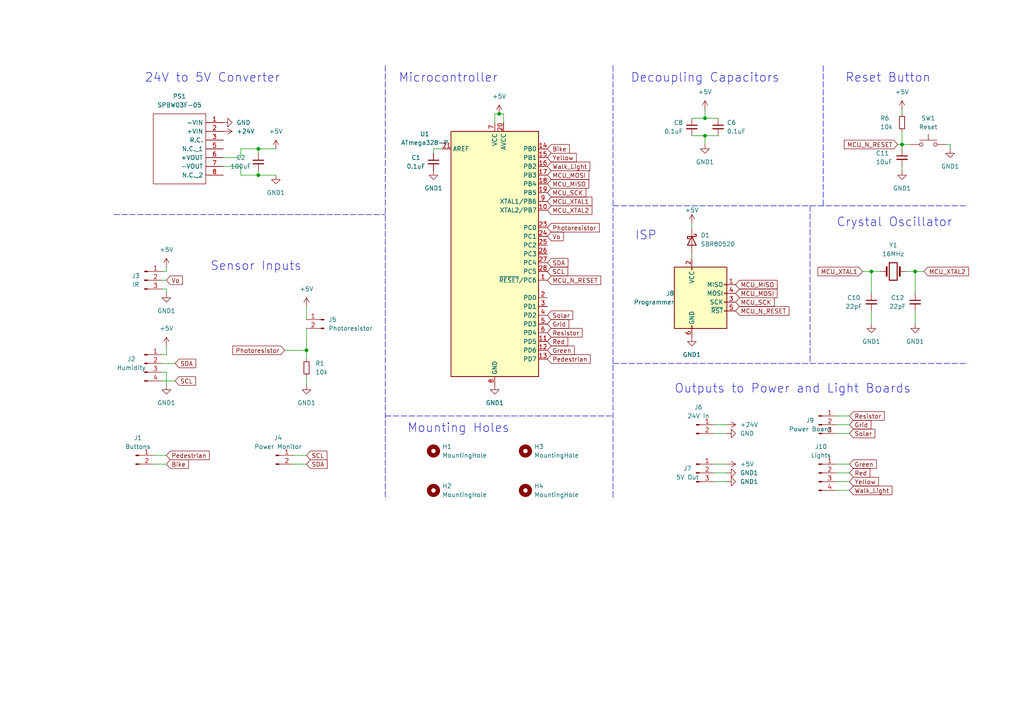
<source format=kicad_sch>
(kicad_sch (version 20211123) (generator eeschema)

  (uuid 9538e4ed-27e6-4c37-b989-9859dc0d49e8)

  (paper "A4")

  (lib_symbols
    (symbol "Connector:AVR-ISP-6" (pin_names (offset 1.016)) (in_bom yes) (on_board yes)
      (property "Reference" "J" (id 0) (at -6.35 11.43 0)
        (effects (font (size 1.27 1.27)) (justify left))
      )
      (property "Value" "AVR-ISP-6" (id 1) (at 0 11.43 0)
        (effects (font (size 1.27 1.27)) (justify left))
      )
      (property "Footprint" "" (id 2) (at -6.35 1.27 90)
        (effects (font (size 1.27 1.27)) hide)
      )
      (property "Datasheet" " ~" (id 3) (at -32.385 -13.97 0)
        (effects (font (size 1.27 1.27)) hide)
      )
      (property "ki_keywords" "AVR ISP Connector" (id 4) (at 0 0 0)
        (effects (font (size 1.27 1.27)) hide)
      )
      (property "ki_description" "Atmel 6-pin ISP connector" (id 5) (at 0 0 0)
        (effects (font (size 1.27 1.27)) hide)
      )
      (property "ki_fp_filters" "IDC?Header*2x03* Pin?Header*2x03*" (id 6) (at 0 0 0)
        (effects (font (size 1.27 1.27)) hide)
      )
      (symbol "AVR-ISP-6_0_1"
        (rectangle (start -2.667 -6.858) (end -2.413 -7.62)
          (stroke (width 0) (type default) (color 0 0 0 0))
          (fill (type none))
        )
        (rectangle (start -2.667 10.16) (end -2.413 9.398)
          (stroke (width 0) (type default) (color 0 0 0 0))
          (fill (type none))
        )
        (rectangle (start 7.62 -2.413) (end 6.858 -2.667)
          (stroke (width 0) (type default) (color 0 0 0 0))
          (fill (type none))
        )
        (rectangle (start 7.62 0.127) (end 6.858 -0.127)
          (stroke (width 0) (type default) (color 0 0 0 0))
          (fill (type none))
        )
        (rectangle (start 7.62 2.667) (end 6.858 2.413)
          (stroke (width 0) (type default) (color 0 0 0 0))
          (fill (type none))
        )
        (rectangle (start 7.62 5.207) (end 6.858 4.953)
          (stroke (width 0) (type default) (color 0 0 0 0))
          (fill (type none))
        )
        (rectangle (start 7.62 10.16) (end -7.62 -7.62)
          (stroke (width 0.254) (type default) (color 0 0 0 0))
          (fill (type background))
        )
      )
      (symbol "AVR-ISP-6_1_1"
        (pin passive line (at 10.16 5.08 180) (length 2.54)
          (name "MISO" (effects (font (size 1.27 1.27))))
          (number "1" (effects (font (size 1.27 1.27))))
        )
        (pin passive line (at -2.54 12.7 270) (length 2.54)
          (name "VCC" (effects (font (size 1.27 1.27))))
          (number "2" (effects (font (size 1.27 1.27))))
        )
        (pin passive line (at 10.16 0 180) (length 2.54)
          (name "SCK" (effects (font (size 1.27 1.27))))
          (number "3" (effects (font (size 1.27 1.27))))
        )
        (pin passive line (at 10.16 2.54 180) (length 2.54)
          (name "MOSI" (effects (font (size 1.27 1.27))))
          (number "4" (effects (font (size 1.27 1.27))))
        )
        (pin passive line (at 10.16 -2.54 180) (length 2.54)
          (name "~{RST}" (effects (font (size 1.27 1.27))))
          (number "5" (effects (font (size 1.27 1.27))))
        )
        (pin passive line (at -2.54 -10.16 90) (length 2.54)
          (name "GND" (effects (font (size 1.27 1.27))))
          (number "6" (effects (font (size 1.27 1.27))))
        )
      )
    )
    (symbol "Connector:Conn_01x02_Male" (pin_names (offset 1.016) hide) (in_bom yes) (on_board yes)
      (property "Reference" "J" (id 0) (at 0 2.54 0)
        (effects (font (size 1.27 1.27)))
      )
      (property "Value" "Conn_01x02_Male" (id 1) (at 0 -5.08 0)
        (effects (font (size 1.27 1.27)))
      )
      (property "Footprint" "" (id 2) (at 0 0 0)
        (effects (font (size 1.27 1.27)) hide)
      )
      (property "Datasheet" "~" (id 3) (at 0 0 0)
        (effects (font (size 1.27 1.27)) hide)
      )
      (property "ki_keywords" "connector" (id 4) (at 0 0 0)
        (effects (font (size 1.27 1.27)) hide)
      )
      (property "ki_description" "Generic connector, single row, 01x02, script generated (kicad-library-utils/schlib/autogen/connector/)" (id 5) (at 0 0 0)
        (effects (font (size 1.27 1.27)) hide)
      )
      (property "ki_fp_filters" "Connector*:*_1x??_*" (id 6) (at 0 0 0)
        (effects (font (size 1.27 1.27)) hide)
      )
      (symbol "Conn_01x02_Male_1_1"
        (polyline
          (pts
            (xy 1.27 -2.54)
            (xy 0.8636 -2.54)
          )
          (stroke (width 0.1524) (type default) (color 0 0 0 0))
          (fill (type none))
        )
        (polyline
          (pts
            (xy 1.27 0)
            (xy 0.8636 0)
          )
          (stroke (width 0.1524) (type default) (color 0 0 0 0))
          (fill (type none))
        )
        (rectangle (start 0.8636 -2.413) (end 0 -2.667)
          (stroke (width 0.1524) (type default) (color 0 0 0 0))
          (fill (type outline))
        )
        (rectangle (start 0.8636 0.127) (end 0 -0.127)
          (stroke (width 0.1524) (type default) (color 0 0 0 0))
          (fill (type outline))
        )
        (pin passive line (at 5.08 0 180) (length 3.81)
          (name "Pin_1" (effects (font (size 1.27 1.27))))
          (number "1" (effects (font (size 1.27 1.27))))
        )
        (pin passive line (at 5.08 -2.54 180) (length 3.81)
          (name "Pin_2" (effects (font (size 1.27 1.27))))
          (number "2" (effects (font (size 1.27 1.27))))
        )
      )
    )
    (symbol "Connector:Conn_01x03_Male" (pin_names (offset 1.016) hide) (in_bom yes) (on_board yes)
      (property "Reference" "J" (id 0) (at 0 5.08 0)
        (effects (font (size 1.27 1.27)))
      )
      (property "Value" "Conn_01x03_Male" (id 1) (at 0 -5.08 0)
        (effects (font (size 1.27 1.27)))
      )
      (property "Footprint" "" (id 2) (at 0 0 0)
        (effects (font (size 1.27 1.27)) hide)
      )
      (property "Datasheet" "~" (id 3) (at 0 0 0)
        (effects (font (size 1.27 1.27)) hide)
      )
      (property "ki_keywords" "connector" (id 4) (at 0 0 0)
        (effects (font (size 1.27 1.27)) hide)
      )
      (property "ki_description" "Generic connector, single row, 01x03, script generated (kicad-library-utils/schlib/autogen/connector/)" (id 5) (at 0 0 0)
        (effects (font (size 1.27 1.27)) hide)
      )
      (property "ki_fp_filters" "Connector*:*_1x??_*" (id 6) (at 0 0 0)
        (effects (font (size 1.27 1.27)) hide)
      )
      (symbol "Conn_01x03_Male_1_1"
        (polyline
          (pts
            (xy 1.27 -2.54)
            (xy 0.8636 -2.54)
          )
          (stroke (width 0.1524) (type default) (color 0 0 0 0))
          (fill (type none))
        )
        (polyline
          (pts
            (xy 1.27 0)
            (xy 0.8636 0)
          )
          (stroke (width 0.1524) (type default) (color 0 0 0 0))
          (fill (type none))
        )
        (polyline
          (pts
            (xy 1.27 2.54)
            (xy 0.8636 2.54)
          )
          (stroke (width 0.1524) (type default) (color 0 0 0 0))
          (fill (type none))
        )
        (rectangle (start 0.8636 -2.413) (end 0 -2.667)
          (stroke (width 0.1524) (type default) (color 0 0 0 0))
          (fill (type outline))
        )
        (rectangle (start 0.8636 0.127) (end 0 -0.127)
          (stroke (width 0.1524) (type default) (color 0 0 0 0))
          (fill (type outline))
        )
        (rectangle (start 0.8636 2.667) (end 0 2.413)
          (stroke (width 0.1524) (type default) (color 0 0 0 0))
          (fill (type outline))
        )
        (pin passive line (at 5.08 2.54 180) (length 3.81)
          (name "Pin_1" (effects (font (size 1.27 1.27))))
          (number "1" (effects (font (size 1.27 1.27))))
        )
        (pin passive line (at 5.08 0 180) (length 3.81)
          (name "Pin_2" (effects (font (size 1.27 1.27))))
          (number "2" (effects (font (size 1.27 1.27))))
        )
        (pin passive line (at 5.08 -2.54 180) (length 3.81)
          (name "Pin_3" (effects (font (size 1.27 1.27))))
          (number "3" (effects (font (size 1.27 1.27))))
        )
      )
    )
    (symbol "Connector:Conn_01x04_Male" (pin_names (offset 1.016) hide) (in_bom yes) (on_board yes)
      (property "Reference" "J" (id 0) (at 0 5.08 0)
        (effects (font (size 1.27 1.27)))
      )
      (property "Value" "Conn_01x04_Male" (id 1) (at 0 -7.62 0)
        (effects (font (size 1.27 1.27)))
      )
      (property "Footprint" "" (id 2) (at 0 0 0)
        (effects (font (size 1.27 1.27)) hide)
      )
      (property "Datasheet" "~" (id 3) (at 0 0 0)
        (effects (font (size 1.27 1.27)) hide)
      )
      (property "ki_keywords" "connector" (id 4) (at 0 0 0)
        (effects (font (size 1.27 1.27)) hide)
      )
      (property "ki_description" "Generic connector, single row, 01x04, script generated (kicad-library-utils/schlib/autogen/connector/)" (id 5) (at 0 0 0)
        (effects (font (size 1.27 1.27)) hide)
      )
      (property "ki_fp_filters" "Connector*:*_1x??_*" (id 6) (at 0 0 0)
        (effects (font (size 1.27 1.27)) hide)
      )
      (symbol "Conn_01x04_Male_1_1"
        (polyline
          (pts
            (xy 1.27 -5.08)
            (xy 0.8636 -5.08)
          )
          (stroke (width 0.1524) (type default) (color 0 0 0 0))
          (fill (type none))
        )
        (polyline
          (pts
            (xy 1.27 -2.54)
            (xy 0.8636 -2.54)
          )
          (stroke (width 0.1524) (type default) (color 0 0 0 0))
          (fill (type none))
        )
        (polyline
          (pts
            (xy 1.27 0)
            (xy 0.8636 0)
          )
          (stroke (width 0.1524) (type default) (color 0 0 0 0))
          (fill (type none))
        )
        (polyline
          (pts
            (xy 1.27 2.54)
            (xy 0.8636 2.54)
          )
          (stroke (width 0.1524) (type default) (color 0 0 0 0))
          (fill (type none))
        )
        (rectangle (start 0.8636 -4.953) (end 0 -5.207)
          (stroke (width 0.1524) (type default) (color 0 0 0 0))
          (fill (type outline))
        )
        (rectangle (start 0.8636 -2.413) (end 0 -2.667)
          (stroke (width 0.1524) (type default) (color 0 0 0 0))
          (fill (type outline))
        )
        (rectangle (start 0.8636 0.127) (end 0 -0.127)
          (stroke (width 0.1524) (type default) (color 0 0 0 0))
          (fill (type outline))
        )
        (rectangle (start 0.8636 2.667) (end 0 2.413)
          (stroke (width 0.1524) (type default) (color 0 0 0 0))
          (fill (type outline))
        )
        (pin passive line (at 5.08 2.54 180) (length 3.81)
          (name "Pin_1" (effects (font (size 1.27 1.27))))
          (number "1" (effects (font (size 1.27 1.27))))
        )
        (pin passive line (at 5.08 0 180) (length 3.81)
          (name "Pin_2" (effects (font (size 1.27 1.27))))
          (number "2" (effects (font (size 1.27 1.27))))
        )
        (pin passive line (at 5.08 -2.54 180) (length 3.81)
          (name "Pin_3" (effects (font (size 1.27 1.27))))
          (number "3" (effects (font (size 1.27 1.27))))
        )
        (pin passive line (at 5.08 -5.08 180) (length 3.81)
          (name "Pin_4" (effects (font (size 1.27 1.27))))
          (number "4" (effects (font (size 1.27 1.27))))
        )
      )
    )
    (symbol "Device:C_Small" (pin_numbers hide) (pin_names (offset 0.254) hide) (in_bom yes) (on_board yes)
      (property "Reference" "C" (id 0) (at 0.254 1.778 0)
        (effects (font (size 1.27 1.27)) (justify left))
      )
      (property "Value" "C_Small" (id 1) (at 0.254 -2.032 0)
        (effects (font (size 1.27 1.27)) (justify left))
      )
      (property "Footprint" "" (id 2) (at 0 0 0)
        (effects (font (size 1.27 1.27)) hide)
      )
      (property "Datasheet" "~" (id 3) (at 0 0 0)
        (effects (font (size 1.27 1.27)) hide)
      )
      (property "ki_keywords" "capacitor cap" (id 4) (at 0 0 0)
        (effects (font (size 1.27 1.27)) hide)
      )
      (property "ki_description" "Unpolarized capacitor, small symbol" (id 5) (at 0 0 0)
        (effects (font (size 1.27 1.27)) hide)
      )
      (property "ki_fp_filters" "C_*" (id 6) (at 0 0 0)
        (effects (font (size 1.27 1.27)) hide)
      )
      (symbol "C_Small_0_1"
        (polyline
          (pts
            (xy -1.524 -0.508)
            (xy 1.524 -0.508)
          )
          (stroke (width 0.3302) (type default) (color 0 0 0 0))
          (fill (type none))
        )
        (polyline
          (pts
            (xy -1.524 0.508)
            (xy 1.524 0.508)
          )
          (stroke (width 0.3048) (type default) (color 0 0 0 0))
          (fill (type none))
        )
      )
      (symbol "C_Small_1_1"
        (pin passive line (at 0 2.54 270) (length 2.032)
          (name "~" (effects (font (size 1.27 1.27))))
          (number "1" (effects (font (size 1.27 1.27))))
        )
        (pin passive line (at 0 -2.54 90) (length 2.032)
          (name "~" (effects (font (size 1.27 1.27))))
          (number "2" (effects (font (size 1.27 1.27))))
        )
      )
    )
    (symbol "Device:Crystal" (pin_numbers hide) (pin_names (offset 1.016) hide) (in_bom yes) (on_board yes)
      (property "Reference" "Y" (id 0) (at 0 3.81 0)
        (effects (font (size 1.27 1.27)))
      )
      (property "Value" "Crystal" (id 1) (at 0 -3.81 0)
        (effects (font (size 1.27 1.27)))
      )
      (property "Footprint" "" (id 2) (at 0 0 0)
        (effects (font (size 1.27 1.27)) hide)
      )
      (property "Datasheet" "~" (id 3) (at 0 0 0)
        (effects (font (size 1.27 1.27)) hide)
      )
      (property "ki_keywords" "quartz ceramic resonator oscillator" (id 4) (at 0 0 0)
        (effects (font (size 1.27 1.27)) hide)
      )
      (property "ki_description" "Two pin crystal" (id 5) (at 0 0 0)
        (effects (font (size 1.27 1.27)) hide)
      )
      (property "ki_fp_filters" "Crystal*" (id 6) (at 0 0 0)
        (effects (font (size 1.27 1.27)) hide)
      )
      (symbol "Crystal_0_1"
        (rectangle (start -1.143 2.54) (end 1.143 -2.54)
          (stroke (width 0.3048) (type default) (color 0 0 0 0))
          (fill (type none))
        )
        (polyline
          (pts
            (xy -2.54 0)
            (xy -1.905 0)
          )
          (stroke (width 0) (type default) (color 0 0 0 0))
          (fill (type none))
        )
        (polyline
          (pts
            (xy -1.905 -1.27)
            (xy -1.905 1.27)
          )
          (stroke (width 0.508) (type default) (color 0 0 0 0))
          (fill (type none))
        )
        (polyline
          (pts
            (xy 1.905 -1.27)
            (xy 1.905 1.27)
          )
          (stroke (width 0.508) (type default) (color 0 0 0 0))
          (fill (type none))
        )
        (polyline
          (pts
            (xy 2.54 0)
            (xy 1.905 0)
          )
          (stroke (width 0) (type default) (color 0 0 0 0))
          (fill (type none))
        )
      )
      (symbol "Crystal_1_1"
        (pin passive line (at -3.81 0 0) (length 1.27)
          (name "1" (effects (font (size 1.27 1.27))))
          (number "1" (effects (font (size 1.27 1.27))))
        )
        (pin passive line (at 3.81 0 180) (length 1.27)
          (name "2" (effects (font (size 1.27 1.27))))
          (number "2" (effects (font (size 1.27 1.27))))
        )
      )
    )
    (symbol "Device:D_Schottky" (pin_numbers hide) (pin_names (offset 1.016) hide) (in_bom yes) (on_board yes)
      (property "Reference" "D" (id 0) (at 0 2.54 0)
        (effects (font (size 1.27 1.27)))
      )
      (property "Value" "D_Schottky" (id 1) (at 0 -2.54 0)
        (effects (font (size 1.27 1.27)))
      )
      (property "Footprint" "" (id 2) (at 0 0 0)
        (effects (font (size 1.27 1.27)) hide)
      )
      (property "Datasheet" "~" (id 3) (at 0 0 0)
        (effects (font (size 1.27 1.27)) hide)
      )
      (property "ki_keywords" "diode Schottky" (id 4) (at 0 0 0)
        (effects (font (size 1.27 1.27)) hide)
      )
      (property "ki_description" "Schottky diode" (id 5) (at 0 0 0)
        (effects (font (size 1.27 1.27)) hide)
      )
      (property "ki_fp_filters" "TO-???* *_Diode_* *SingleDiode* D_*" (id 6) (at 0 0 0)
        (effects (font (size 1.27 1.27)) hide)
      )
      (symbol "D_Schottky_0_1"
        (polyline
          (pts
            (xy 1.27 0)
            (xy -1.27 0)
          )
          (stroke (width 0) (type default) (color 0 0 0 0))
          (fill (type none))
        )
        (polyline
          (pts
            (xy 1.27 1.27)
            (xy 1.27 -1.27)
            (xy -1.27 0)
            (xy 1.27 1.27)
          )
          (stroke (width 0.254) (type default) (color 0 0 0 0))
          (fill (type none))
        )
        (polyline
          (pts
            (xy -1.905 0.635)
            (xy -1.905 1.27)
            (xy -1.27 1.27)
            (xy -1.27 -1.27)
            (xy -0.635 -1.27)
            (xy -0.635 -0.635)
          )
          (stroke (width 0.254) (type default) (color 0 0 0 0))
          (fill (type none))
        )
      )
      (symbol "D_Schottky_1_1"
        (pin passive line (at -3.81 0 0) (length 2.54)
          (name "K" (effects (font (size 1.27 1.27))))
          (number "1" (effects (font (size 1.27 1.27))))
        )
        (pin passive line (at 3.81 0 180) (length 2.54)
          (name "A" (effects (font (size 1.27 1.27))))
          (number "2" (effects (font (size 1.27 1.27))))
        )
      )
    )
    (symbol "Device:R_Small" (pin_numbers hide) (pin_names (offset 0.254) hide) (in_bom yes) (on_board yes)
      (property "Reference" "R" (id 0) (at 0.762 0.508 0)
        (effects (font (size 1.27 1.27)) (justify left))
      )
      (property "Value" "R_Small" (id 1) (at 0.762 -1.016 0)
        (effects (font (size 1.27 1.27)) (justify left))
      )
      (property "Footprint" "" (id 2) (at 0 0 0)
        (effects (font (size 1.27 1.27)) hide)
      )
      (property "Datasheet" "~" (id 3) (at 0 0 0)
        (effects (font (size 1.27 1.27)) hide)
      )
      (property "ki_keywords" "R resistor" (id 4) (at 0 0 0)
        (effects (font (size 1.27 1.27)) hide)
      )
      (property "ki_description" "Resistor, small symbol" (id 5) (at 0 0 0)
        (effects (font (size 1.27 1.27)) hide)
      )
      (property "ki_fp_filters" "R_*" (id 6) (at 0 0 0)
        (effects (font (size 1.27 1.27)) hide)
      )
      (symbol "R_Small_0_1"
        (rectangle (start -0.762 1.778) (end 0.762 -1.778)
          (stroke (width 0.2032) (type default) (color 0 0 0 0))
          (fill (type none))
        )
      )
      (symbol "R_Small_1_1"
        (pin passive line (at 0 2.54 270) (length 0.762)
          (name "~" (effects (font (size 1.27 1.27))))
          (number "1" (effects (font (size 1.27 1.27))))
        )
        (pin passive line (at 0 -2.54 90) (length 0.762)
          (name "~" (effects (font (size 1.27 1.27))))
          (number "2" (effects (font (size 1.27 1.27))))
        )
      )
    )
    (symbol "MCU_Microchip_ATmega:ATmega328-P" (in_bom yes) (on_board yes)
      (property "Reference" "U" (id 0) (at -12.7 36.83 0)
        (effects (font (size 1.27 1.27)) (justify left bottom))
      )
      (property "Value" "ATmega328-P" (id 1) (at 2.54 -36.83 0)
        (effects (font (size 1.27 1.27)) (justify left top))
      )
      (property "Footprint" "Package_DIP:DIP-28_W7.62mm" (id 2) (at 0 0 0)
        (effects (font (size 1.27 1.27) italic) hide)
      )
      (property "Datasheet" "http://ww1.microchip.com/downloads/en/DeviceDoc/ATmega328_P%20AVR%20MCU%20with%20picoPower%20Technology%20Data%20Sheet%2040001984A.pdf" (id 3) (at 0 0 0)
        (effects (font (size 1.27 1.27)) hide)
      )
      (property "ki_keywords" "AVR 8bit Microcontroller MegaAVR" (id 4) (at 0 0 0)
        (effects (font (size 1.27 1.27)) hide)
      )
      (property "ki_description" "20MHz, 32kB Flash, 2kB SRAM, 1kB EEPROM, DIP-28" (id 5) (at 0 0 0)
        (effects (font (size 1.27 1.27)) hide)
      )
      (property "ki_fp_filters" "DIP*W7.62mm*" (id 6) (at 0 0 0)
        (effects (font (size 1.27 1.27)) hide)
      )
      (symbol "ATmega328-P_0_1"
        (rectangle (start -12.7 -35.56) (end 12.7 35.56)
          (stroke (width 0.254) (type default) (color 0 0 0 0))
          (fill (type background))
        )
      )
      (symbol "ATmega328-P_1_1"
        (pin bidirectional line (at 15.24 -7.62 180) (length 2.54)
          (name "~{RESET}/PC6" (effects (font (size 1.27 1.27))))
          (number "1" (effects (font (size 1.27 1.27))))
        )
        (pin bidirectional line (at 15.24 12.7 180) (length 2.54)
          (name "XTAL2/PB7" (effects (font (size 1.27 1.27))))
          (number "10" (effects (font (size 1.27 1.27))))
        )
        (pin bidirectional line (at 15.24 -25.4 180) (length 2.54)
          (name "PD5" (effects (font (size 1.27 1.27))))
          (number "11" (effects (font (size 1.27 1.27))))
        )
        (pin bidirectional line (at 15.24 -27.94 180) (length 2.54)
          (name "PD6" (effects (font (size 1.27 1.27))))
          (number "12" (effects (font (size 1.27 1.27))))
        )
        (pin bidirectional line (at 15.24 -30.48 180) (length 2.54)
          (name "PD7" (effects (font (size 1.27 1.27))))
          (number "13" (effects (font (size 1.27 1.27))))
        )
        (pin bidirectional line (at 15.24 30.48 180) (length 2.54)
          (name "PB0" (effects (font (size 1.27 1.27))))
          (number "14" (effects (font (size 1.27 1.27))))
        )
        (pin bidirectional line (at 15.24 27.94 180) (length 2.54)
          (name "PB1" (effects (font (size 1.27 1.27))))
          (number "15" (effects (font (size 1.27 1.27))))
        )
        (pin bidirectional line (at 15.24 25.4 180) (length 2.54)
          (name "PB2" (effects (font (size 1.27 1.27))))
          (number "16" (effects (font (size 1.27 1.27))))
        )
        (pin bidirectional line (at 15.24 22.86 180) (length 2.54)
          (name "PB3" (effects (font (size 1.27 1.27))))
          (number "17" (effects (font (size 1.27 1.27))))
        )
        (pin bidirectional line (at 15.24 20.32 180) (length 2.54)
          (name "PB4" (effects (font (size 1.27 1.27))))
          (number "18" (effects (font (size 1.27 1.27))))
        )
        (pin bidirectional line (at 15.24 17.78 180) (length 2.54)
          (name "PB5" (effects (font (size 1.27 1.27))))
          (number "19" (effects (font (size 1.27 1.27))))
        )
        (pin bidirectional line (at 15.24 -12.7 180) (length 2.54)
          (name "PD0" (effects (font (size 1.27 1.27))))
          (number "2" (effects (font (size 1.27 1.27))))
        )
        (pin power_in line (at 2.54 38.1 270) (length 2.54)
          (name "AVCC" (effects (font (size 1.27 1.27))))
          (number "20" (effects (font (size 1.27 1.27))))
        )
        (pin passive line (at -15.24 30.48 0) (length 2.54)
          (name "AREF" (effects (font (size 1.27 1.27))))
          (number "21" (effects (font (size 1.27 1.27))))
        )
        (pin passive line (at 0 -38.1 90) (length 2.54) hide
          (name "GND" (effects (font (size 1.27 1.27))))
          (number "22" (effects (font (size 1.27 1.27))))
        )
        (pin bidirectional line (at 15.24 7.62 180) (length 2.54)
          (name "PC0" (effects (font (size 1.27 1.27))))
          (number "23" (effects (font (size 1.27 1.27))))
        )
        (pin bidirectional line (at 15.24 5.08 180) (length 2.54)
          (name "PC1" (effects (font (size 1.27 1.27))))
          (number "24" (effects (font (size 1.27 1.27))))
        )
        (pin bidirectional line (at 15.24 2.54 180) (length 2.54)
          (name "PC2" (effects (font (size 1.27 1.27))))
          (number "25" (effects (font (size 1.27 1.27))))
        )
        (pin bidirectional line (at 15.24 0 180) (length 2.54)
          (name "PC3" (effects (font (size 1.27 1.27))))
          (number "26" (effects (font (size 1.27 1.27))))
        )
        (pin bidirectional line (at 15.24 -2.54 180) (length 2.54)
          (name "PC4" (effects (font (size 1.27 1.27))))
          (number "27" (effects (font (size 1.27 1.27))))
        )
        (pin bidirectional line (at 15.24 -5.08 180) (length 2.54)
          (name "PC5" (effects (font (size 1.27 1.27))))
          (number "28" (effects (font (size 1.27 1.27))))
        )
        (pin bidirectional line (at 15.24 -15.24 180) (length 2.54)
          (name "PD1" (effects (font (size 1.27 1.27))))
          (number "3" (effects (font (size 1.27 1.27))))
        )
        (pin bidirectional line (at 15.24 -17.78 180) (length 2.54)
          (name "PD2" (effects (font (size 1.27 1.27))))
          (number "4" (effects (font (size 1.27 1.27))))
        )
        (pin bidirectional line (at 15.24 -20.32 180) (length 2.54)
          (name "PD3" (effects (font (size 1.27 1.27))))
          (number "5" (effects (font (size 1.27 1.27))))
        )
        (pin bidirectional line (at 15.24 -22.86 180) (length 2.54)
          (name "PD4" (effects (font (size 1.27 1.27))))
          (number "6" (effects (font (size 1.27 1.27))))
        )
        (pin power_in line (at 0 38.1 270) (length 2.54)
          (name "VCC" (effects (font (size 1.27 1.27))))
          (number "7" (effects (font (size 1.27 1.27))))
        )
        (pin power_in line (at 0 -38.1 90) (length 2.54)
          (name "GND" (effects (font (size 1.27 1.27))))
          (number "8" (effects (font (size 1.27 1.27))))
        )
        (pin bidirectional line (at 15.24 15.24 180) (length 2.54)
          (name "XTAL1/PB6" (effects (font (size 1.27 1.27))))
          (number "9" (effects (font (size 1.27 1.27))))
        )
      )
    )
    (symbol "Mechanical:MountingHole" (pin_names (offset 1.016)) (in_bom yes) (on_board yes)
      (property "Reference" "H" (id 0) (at 0 5.08 0)
        (effects (font (size 1.27 1.27)))
      )
      (property "Value" "MountingHole" (id 1) (at 0 3.175 0)
        (effects (font (size 1.27 1.27)))
      )
      (property "Footprint" "" (id 2) (at 0 0 0)
        (effects (font (size 1.27 1.27)) hide)
      )
      (property "Datasheet" "~" (id 3) (at 0 0 0)
        (effects (font (size 1.27 1.27)) hide)
      )
      (property "ki_keywords" "mounting hole" (id 4) (at 0 0 0)
        (effects (font (size 1.27 1.27)) hide)
      )
      (property "ki_description" "Mounting Hole without connection" (id 5) (at 0 0 0)
        (effects (font (size 1.27 1.27)) hide)
      )
      (property "ki_fp_filters" "MountingHole*" (id 6) (at 0 0 0)
        (effects (font (size 1.27 1.27)) hide)
      )
      (symbol "MountingHole_0_1"
        (circle (center 0 0) (radius 1.27)
          (stroke (width 1.27) (type default) (color 0 0 0 0))
          (fill (type none))
        )
      )
    )
    (symbol "SamacSys_Parts:SPBW03F-05" (pin_names (offset 0.762)) (in_bom yes) (on_board yes)
      (property "Reference" "PS" (id 0) (at 21.59 7.62 0)
        (effects (font (size 1.27 1.27)) (justify left))
      )
      (property "Value" "SPBW03F-05" (id 1) (at 21.59 5.08 0)
        (effects (font (size 1.27 1.27)) (justify left))
      )
      (property "Footprint" "SPBW06F05" (id 2) (at 21.59 2.54 0)
        (effects (font (size 1.27 1.27)) (justify left) hide)
      )
      (property "Datasheet" "https://datasheet.datasheetarchive.com/originals/distributors/DKDS-2/37033.pdf" (id 3) (at 21.59 0 0)
        (effects (font (size 1.27 1.27)) (justify left) hide)
      )
      (property "Description" "Isolated DC/DC Converters 9-36Vin 5Vout 600mA SIP8 Reg Iso" (id 4) (at 21.59 -2.54 0)
        (effects (font (size 1.27 1.27)) (justify left) hide)
      )
      (property "Height" "11.6" (id 5) (at 21.59 -5.08 0)
        (effects (font (size 1.27 1.27)) (justify left) hide)
      )
      (property "Mouser Part Number" "709-SPBW03F-05" (id 6) (at 21.59 -7.62 0)
        (effects (font (size 1.27 1.27)) (justify left) hide)
      )
      (property "Mouser Price/Stock" "https://www.mouser.co.uk/ProductDetail/MEAN-WELL/SPBW03F-05?qs=5aG0NVq1C4ygTXk%2FgwDM0Q%3D%3D" (id 7) (at 21.59 -10.16 0)
        (effects (font (size 1.27 1.27)) (justify left) hide)
      )
      (property "Manufacturer_Name" "Mean Well" (id 8) (at 21.59 -12.7 0)
        (effects (font (size 1.27 1.27)) (justify left) hide)
      )
      (property "Manufacturer_Part_Number" "SPBW03F-05" (id 9) (at 21.59 -15.24 0)
        (effects (font (size 1.27 1.27)) (justify left) hide)
      )
      (property "ki_description" "Isolated DC/DC Converters 9-36Vin 5Vout 600mA SIP8 Reg Iso" (id 10) (at 0 0 0)
        (effects (font (size 1.27 1.27)) hide)
      )
      (symbol "SPBW03F-05_0_0"
        (pin passive line (at 0 0 0) (length 5.08)
          (name "-VIN" (effects (font (size 1.27 1.27))))
          (number "1" (effects (font (size 1.27 1.27))))
        )
        (pin passive line (at 0 -2.54 0) (length 5.08)
          (name "+VIN" (effects (font (size 1.27 1.27))))
          (number "2" (effects (font (size 1.27 1.27))))
        )
        (pin passive line (at 0 -5.08 0) (length 5.08)
          (name "R.C." (effects (font (size 1.27 1.27))))
          (number "3" (effects (font (size 1.27 1.27))))
        )
        (pin passive line (at 0 -7.62 0) (length 5.08)
          (name "N.C._1" (effects (font (size 1.27 1.27))))
          (number "5" (effects (font (size 1.27 1.27))))
        )
        (pin passive line (at 0 -10.16 0) (length 5.08)
          (name "+VOUT" (effects (font (size 1.27 1.27))))
          (number "6" (effects (font (size 1.27 1.27))))
        )
        (pin passive line (at 0 -12.7 0) (length 5.08)
          (name "-VOUT" (effects (font (size 1.27 1.27))))
          (number "7" (effects (font (size 1.27 1.27))))
        )
        (pin passive line (at 0 -15.24 0) (length 5.08)
          (name "N.C._2" (effects (font (size 1.27 1.27))))
          (number "8" (effects (font (size 1.27 1.27))))
        )
      )
      (symbol "SPBW03F-05_0_1"
        (polyline
          (pts
            (xy 5.08 2.54)
            (xy 20.32 2.54)
            (xy 20.32 -17.78)
            (xy 5.08 -17.78)
            (xy 5.08 2.54)
          )
          (stroke (width 0.1524) (type default) (color 0 0 0 0))
          (fill (type none))
        )
      )
    )
    (symbol "Switch:SW_Push" (pin_numbers hide) (pin_names (offset 1.016) hide) (in_bom yes) (on_board yes)
      (property "Reference" "SW" (id 0) (at 1.27 2.54 0)
        (effects (font (size 1.27 1.27)) (justify left))
      )
      (property "Value" "SW_Push" (id 1) (at 0 -1.524 0)
        (effects (font (size 1.27 1.27)))
      )
      (property "Footprint" "" (id 2) (at 0 5.08 0)
        (effects (font (size 1.27 1.27)) hide)
      )
      (property "Datasheet" "~" (id 3) (at 0 5.08 0)
        (effects (font (size 1.27 1.27)) hide)
      )
      (property "ki_keywords" "switch normally-open pushbutton push-button" (id 4) (at 0 0 0)
        (effects (font (size 1.27 1.27)) hide)
      )
      (property "ki_description" "Push button switch, generic, two pins" (id 5) (at 0 0 0)
        (effects (font (size 1.27 1.27)) hide)
      )
      (symbol "SW_Push_0_1"
        (circle (center -2.032 0) (radius 0.508)
          (stroke (width 0) (type default) (color 0 0 0 0))
          (fill (type none))
        )
        (polyline
          (pts
            (xy 0 1.27)
            (xy 0 3.048)
          )
          (stroke (width 0) (type default) (color 0 0 0 0))
          (fill (type none))
        )
        (polyline
          (pts
            (xy 2.54 1.27)
            (xy -2.54 1.27)
          )
          (stroke (width 0) (type default) (color 0 0 0 0))
          (fill (type none))
        )
        (circle (center 2.032 0) (radius 0.508)
          (stroke (width 0) (type default) (color 0 0 0 0))
          (fill (type none))
        )
        (pin passive line (at -5.08 0 0) (length 2.54)
          (name "1" (effects (font (size 1.27 1.27))))
          (number "1" (effects (font (size 1.27 1.27))))
        )
        (pin passive line (at 5.08 0 180) (length 2.54)
          (name "2" (effects (font (size 1.27 1.27))))
          (number "2" (effects (font (size 1.27 1.27))))
        )
      )
    )
    (symbol "power:+24V" (power) (pin_names (offset 0)) (in_bom yes) (on_board yes)
      (property "Reference" "#PWR" (id 0) (at 0 -3.81 0)
        (effects (font (size 1.27 1.27)) hide)
      )
      (property "Value" "+24V" (id 1) (at 0 3.556 0)
        (effects (font (size 1.27 1.27)))
      )
      (property "Footprint" "" (id 2) (at 0 0 0)
        (effects (font (size 1.27 1.27)) hide)
      )
      (property "Datasheet" "" (id 3) (at 0 0 0)
        (effects (font (size 1.27 1.27)) hide)
      )
      (property "ki_keywords" "power-flag" (id 4) (at 0 0 0)
        (effects (font (size 1.27 1.27)) hide)
      )
      (property "ki_description" "Power symbol creates a global label with name \"+24V\"" (id 5) (at 0 0 0)
        (effects (font (size 1.27 1.27)) hide)
      )
      (symbol "+24V_0_1"
        (polyline
          (pts
            (xy -0.762 1.27)
            (xy 0 2.54)
          )
          (stroke (width 0) (type default) (color 0 0 0 0))
          (fill (type none))
        )
        (polyline
          (pts
            (xy 0 0)
            (xy 0 2.54)
          )
          (stroke (width 0) (type default) (color 0 0 0 0))
          (fill (type none))
        )
        (polyline
          (pts
            (xy 0 2.54)
            (xy 0.762 1.27)
          )
          (stroke (width 0) (type default) (color 0 0 0 0))
          (fill (type none))
        )
      )
      (symbol "+24V_1_1"
        (pin power_in line (at 0 0 90) (length 0) hide
          (name "+24V" (effects (font (size 1.27 1.27))))
          (number "1" (effects (font (size 1.27 1.27))))
        )
      )
    )
    (symbol "power:+5V" (power) (pin_names (offset 0)) (in_bom yes) (on_board yes)
      (property "Reference" "#PWR" (id 0) (at 0 -3.81 0)
        (effects (font (size 1.27 1.27)) hide)
      )
      (property "Value" "+5V" (id 1) (at 0 3.556 0)
        (effects (font (size 1.27 1.27)))
      )
      (property "Footprint" "" (id 2) (at 0 0 0)
        (effects (font (size 1.27 1.27)) hide)
      )
      (property "Datasheet" "" (id 3) (at 0 0 0)
        (effects (font (size 1.27 1.27)) hide)
      )
      (property "ki_keywords" "power-flag" (id 4) (at 0 0 0)
        (effects (font (size 1.27 1.27)) hide)
      )
      (property "ki_description" "Power symbol creates a global label with name \"+5V\"" (id 5) (at 0 0 0)
        (effects (font (size 1.27 1.27)) hide)
      )
      (symbol "+5V_0_1"
        (polyline
          (pts
            (xy -0.762 1.27)
            (xy 0 2.54)
          )
          (stroke (width 0) (type default) (color 0 0 0 0))
          (fill (type none))
        )
        (polyline
          (pts
            (xy 0 0)
            (xy 0 2.54)
          )
          (stroke (width 0) (type default) (color 0 0 0 0))
          (fill (type none))
        )
        (polyline
          (pts
            (xy 0 2.54)
            (xy 0.762 1.27)
          )
          (stroke (width 0) (type default) (color 0 0 0 0))
          (fill (type none))
        )
      )
      (symbol "+5V_1_1"
        (pin power_in line (at 0 0 90) (length 0) hide
          (name "+5V" (effects (font (size 1.27 1.27))))
          (number "1" (effects (font (size 1.27 1.27))))
        )
      )
    )
    (symbol "power:GND" (power) (pin_names (offset 0)) (in_bom yes) (on_board yes)
      (property "Reference" "#PWR" (id 0) (at 0 -6.35 0)
        (effects (font (size 1.27 1.27)) hide)
      )
      (property "Value" "GND" (id 1) (at 0 -3.81 0)
        (effects (font (size 1.27 1.27)))
      )
      (property "Footprint" "" (id 2) (at 0 0 0)
        (effects (font (size 1.27 1.27)) hide)
      )
      (property "Datasheet" "" (id 3) (at 0 0 0)
        (effects (font (size 1.27 1.27)) hide)
      )
      (property "ki_keywords" "power-flag" (id 4) (at 0 0 0)
        (effects (font (size 1.27 1.27)) hide)
      )
      (property "ki_description" "Power symbol creates a global label with name \"GND\" , ground" (id 5) (at 0 0 0)
        (effects (font (size 1.27 1.27)) hide)
      )
      (symbol "GND_0_1"
        (polyline
          (pts
            (xy 0 0)
            (xy 0 -1.27)
            (xy 1.27 -1.27)
            (xy 0 -2.54)
            (xy -1.27 -1.27)
            (xy 0 -1.27)
          )
          (stroke (width 0) (type default) (color 0 0 0 0))
          (fill (type none))
        )
      )
      (symbol "GND_1_1"
        (pin power_in line (at 0 0 270) (length 0) hide
          (name "GND" (effects (font (size 1.27 1.27))))
          (number "1" (effects (font (size 1.27 1.27))))
        )
      )
    )
    (symbol "power:GND1" (power) (pin_names (offset 0)) (in_bom yes) (on_board yes)
      (property "Reference" "#PWR" (id 0) (at 0 -6.35 0)
        (effects (font (size 1.27 1.27)) hide)
      )
      (property "Value" "GND1" (id 1) (at 0 -3.81 0)
        (effects (font (size 1.27 1.27)))
      )
      (property "Footprint" "" (id 2) (at 0 0 0)
        (effects (font (size 1.27 1.27)) hide)
      )
      (property "Datasheet" "" (id 3) (at 0 0 0)
        (effects (font (size 1.27 1.27)) hide)
      )
      (property "ki_keywords" "power-flag" (id 4) (at 0 0 0)
        (effects (font (size 1.27 1.27)) hide)
      )
      (property "ki_description" "Power symbol creates a global label with name \"GND1\" , ground" (id 5) (at 0 0 0)
        (effects (font (size 1.27 1.27)) hide)
      )
      (symbol "GND1_0_1"
        (polyline
          (pts
            (xy 0 0)
            (xy 0 -1.27)
            (xy 1.27 -1.27)
            (xy 0 -2.54)
            (xy -1.27 -1.27)
            (xy 0 -1.27)
          )
          (stroke (width 0) (type default) (color 0 0 0 0))
          (fill (type none))
        )
      )
      (symbol "GND1_1_1"
        (pin power_in line (at 0 0 270) (length 0) hide
          (name "GND1" (effects (font (size 1.27 1.27))))
          (number "1" (effects (font (size 1.27 1.27))))
        )
      )
    )
  )

  (junction (at 204.47 34.29) (diameter 0) (color 0 0 0 0)
    (uuid 2ff1eef4-c959-45e1-8edc-bfa0a58f8f61)
  )
  (junction (at 204.47 39.37) (diameter 0) (color 0 0 0 0)
    (uuid 54994a58-1603-48d7-b511-7b9b7204faaa)
  )
  (junction (at 252.73 78.74) (diameter 0) (color 0 0 0 0)
    (uuid 7568be27-c876-4416-8263-78a6cb425e69)
  )
  (junction (at 88.9 101.6) (diameter 0) (color 0 0 0 0)
    (uuid 88a2d918-e09e-4e2a-901b-3fe3d98a68a0)
  )
  (junction (at 261.62 41.91) (diameter 0) (color 0 0 0 0)
    (uuid 926a0d81-643b-4b0b-b95f-b8db939d1ecd)
  )
  (junction (at 74.93 50.8) (diameter 0) (color 0 0 0 0)
    (uuid 92885953-38c0-4d02-9c79-46a4783e160b)
  )
  (junction (at 144.78 33.02) (diameter 0) (color 0 0 0 0)
    (uuid 9365ff69-a3aa-4fdd-9cec-c2efccf55a93)
  )
  (junction (at 74.93 43.18) (diameter 0) (color 0 0 0 0)
    (uuid a8747508-b5bf-4c8d-b374-e1f9cbc1f6bf)
  )
  (junction (at 265.43 78.74) (diameter 0) (color 0 0 0 0)
    (uuid d17ad7bd-1301-4922-acbb-777644d3441b)
  )

  (wire (pts (xy 261.62 41.91) (xy 261.62 43.18))
    (stroke (width 0) (type default) (color 0 0 0 0))
    (uuid 01381388-4f85-4245-bbf0-59c60374b79d)
  )
  (polyline (pts (xy 111.76 19.05) (xy 111.76 144.78))
    (stroke (width 0) (type default) (color 0 0 0 0))
    (uuid 01a23180-3460-41e2-9e02-7cacdd8dcf58)
  )

  (wire (pts (xy 48.26 132.08) (xy 44.45 132.08))
    (stroke (width 0) (type default) (color 0 0 0 0))
    (uuid 04fbc1bd-6a17-4f02-b63e-42a64ba46267)
  )
  (wire (pts (xy 246.38 137.16) (xy 242.57 137.16))
    (stroke (width 0) (type default) (color 0 0 0 0))
    (uuid 099eaf5b-035c-499b-b4b8-1d075abbc815)
  )
  (wire (pts (xy 200.66 64.77) (xy 200.66 66.04))
    (stroke (width 0) (type default) (color 0 0 0 0))
    (uuid 09a2472a-f9d8-422b-9767-7b5d4352f81c)
  )
  (wire (pts (xy 74.93 49.53) (xy 74.93 50.8))
    (stroke (width 0) (type default) (color 0 0 0 0))
    (uuid 0ad7aa3f-d4ad-4d2e-86e1-a65cb8c7444c)
  )
  (wire (pts (xy 69.85 43.18) (xy 74.93 43.18))
    (stroke (width 0) (type default) (color 0 0 0 0))
    (uuid 0dbb0ad7-cffb-4539-83b4-2ddf33093308)
  )
  (wire (pts (xy 88.9 101.6) (xy 88.9 104.14))
    (stroke (width 0) (type default) (color 0 0 0 0))
    (uuid 1396ae06-b8fa-45c2-9c9e-9bcc057c3ab1)
  )
  (wire (pts (xy 242.57 120.65) (xy 246.38 120.65))
    (stroke (width 0) (type default) (color 0 0 0 0))
    (uuid 13c535cd-fdf6-4c83-9923-49800187bfc7)
  )
  (polyline (pts (xy 111.76 120.65) (xy 177.8 120.65))
    (stroke (width 0) (type default) (color 0 0 0 0))
    (uuid 13f966f7-39d2-463f-a3fe-9e24e2e84823)
  )

  (wire (pts (xy 242.57 125.73) (xy 246.38 125.73))
    (stroke (width 0) (type default) (color 0 0 0 0))
    (uuid 150cf492-1d50-4b71-8690-9fe4b64725cd)
  )
  (wire (pts (xy 46.99 107.95) (xy 48.26 107.95))
    (stroke (width 0) (type default) (color 0 0 0 0))
    (uuid 1f1d339d-d811-4ede-8d34-c3172f5fa6d5)
  )
  (wire (pts (xy 85.09 132.08) (xy 88.9 132.08))
    (stroke (width 0) (type default) (color 0 0 0 0))
    (uuid 226f0363-bfb9-4af2-9ac0-069214cbc1cb)
  )
  (polyline (pts (xy 33.02 62.23) (xy 111.76 62.23))
    (stroke (width 0) (type default) (color 0 0 0 0))
    (uuid 268e90eb-52e8-42e1-9b88-0519911c06fe)
  )

  (wire (pts (xy 64.77 48.26) (xy 69.85 48.26))
    (stroke (width 0) (type default) (color 0 0 0 0))
    (uuid 2ab8fca6-8478-4fcd-880a-cd2e34214ca4)
  )
  (wire (pts (xy 200.66 73.66) (xy 200.66 74.93))
    (stroke (width 0) (type default) (color 0 0 0 0))
    (uuid 2ba20911-b1e2-487d-b0af-b10c3e8792b3)
  )
  (wire (pts (xy 69.85 45.72) (xy 69.85 43.18))
    (stroke (width 0) (type default) (color 0 0 0 0))
    (uuid 2ef11b6d-a5f8-4b3a-bc02-abbb914d5146)
  )
  (polyline (pts (xy 177.8 105.41) (xy 280.67 105.41))
    (stroke (width 0) (type default) (color 0 0 0 0))
    (uuid 3047749b-db41-4773-806d-af907fa12565)
  )

  (wire (pts (xy 265.43 78.74) (xy 267.97 78.74))
    (stroke (width 0) (type default) (color 0 0 0 0))
    (uuid 321e88f5-141d-427c-b948-bdfd0045f1cf)
  )
  (wire (pts (xy 265.43 90.17) (xy 265.43 93.98))
    (stroke (width 0) (type default) (color 0 0 0 0))
    (uuid 328aa5aa-797e-4f4d-885f-7e16c25f658e)
  )
  (wire (pts (xy 88.9 88.9) (xy 88.9 92.71))
    (stroke (width 0) (type default) (color 0 0 0 0))
    (uuid 386caecc-0574-4bfa-8686-cd7fd0f40f9f)
  )
  (polyline (pts (xy 177.8 19.05) (xy 177.8 144.78))
    (stroke (width 0) (type default) (color 0 0 0 0))
    (uuid 38d2f68b-01f1-4422-bf48-6a814ff4b6a1)
  )

  (wire (pts (xy 207.01 134.62) (xy 210.82 134.62))
    (stroke (width 0) (type default) (color 0 0 0 0))
    (uuid 3d4f608a-fe82-45fc-9382-77b524b2656d)
  )
  (wire (pts (xy 69.85 48.26) (xy 69.85 50.8))
    (stroke (width 0) (type default) (color 0 0 0 0))
    (uuid 40e30367-4783-433e-8474-3699e1b2be62)
  )
  (wire (pts (xy 128.27 43.18) (xy 125.73 43.18))
    (stroke (width 0) (type default) (color 0 0 0 0))
    (uuid 47f9c0f6-b02e-4bf8-8539-29fd79a7c95f)
  )
  (polyline (pts (xy 177.8 59.69) (xy 280.67 59.69))
    (stroke (width 0) (type default) (color 0 0 0 0))
    (uuid 49474ed9-8e27-4321-8ca8-d1d68d688c3b)
  )

  (wire (pts (xy 50.8 110.49) (xy 46.99 110.49))
    (stroke (width 0) (type default) (color 0 0 0 0))
    (uuid 4a866e2f-0e6c-4c4e-845c-341b1efabc20)
  )
  (wire (pts (xy 48.26 78.74) (xy 46.99 78.74))
    (stroke (width 0) (type default) (color 0 0 0 0))
    (uuid 4c748f06-d065-44fc-8ef3-ee8ac2db9bd2)
  )
  (wire (pts (xy 275.59 41.91) (xy 275.59 43.18))
    (stroke (width 0) (type default) (color 0 0 0 0))
    (uuid 525b29ba-e6ff-4d9f-bd41-a91bd5b762be)
  )
  (wire (pts (xy 265.43 85.09) (xy 265.43 78.74))
    (stroke (width 0) (type default) (color 0 0 0 0))
    (uuid 58d5e472-21ce-410d-90c4-744af079400f)
  )
  (wire (pts (xy 69.85 50.8) (xy 74.93 50.8))
    (stroke (width 0) (type default) (color 0 0 0 0))
    (uuid 5b917afb-a286-4372-b7a3-0e4b18f6004d)
  )
  (wire (pts (xy 46.99 81.28) (xy 48.26 81.28))
    (stroke (width 0) (type default) (color 0 0 0 0))
    (uuid 5b9bfa3c-3776-4d3b-be65-dd722b13fea3)
  )
  (wire (pts (xy 204.47 31.75) (xy 204.47 34.29))
    (stroke (width 0) (type default) (color 0 0 0 0))
    (uuid 61a88951-d9cf-4e26-9231-2fa583a8e1a9)
  )
  (wire (pts (xy 144.78 33.02) (xy 146.05 33.02))
    (stroke (width 0) (type default) (color 0 0 0 0))
    (uuid 638541eb-47ee-4c42-a237-1bfd4b3757bf)
  )
  (wire (pts (xy 204.47 39.37) (xy 204.47 41.91))
    (stroke (width 0) (type default) (color 0 0 0 0))
    (uuid 65ab014e-a547-434d-9a5d-f81cb1c67711)
  )
  (wire (pts (xy 261.62 31.75) (xy 261.62 33.02))
    (stroke (width 0) (type default) (color 0 0 0 0))
    (uuid 67364899-0743-48c6-a803-9c6d6a4f00af)
  )
  (wire (pts (xy 210.82 125.73) (xy 207.01 125.73))
    (stroke (width 0) (type default) (color 0 0 0 0))
    (uuid 7233a50b-6149-4548-9563-dfd15ece24a0)
  )
  (wire (pts (xy 146.05 35.56) (xy 146.05 33.02))
    (stroke (width 0) (type default) (color 0 0 0 0))
    (uuid 746ccff9-05ff-4207-9a90-c9a36a5eb68b)
  )
  (wire (pts (xy 88.9 109.22) (xy 88.9 111.76))
    (stroke (width 0) (type default) (color 0 0 0 0))
    (uuid 7722f334-0ea1-4a12-ba9d-2a7506991b8f)
  )
  (wire (pts (xy 261.62 38.1) (xy 261.62 41.91))
    (stroke (width 0) (type default) (color 0 0 0 0))
    (uuid 795e13bc-e80a-4a68-b52a-45cb937f788b)
  )
  (wire (pts (xy 74.93 43.18) (xy 74.93 44.45))
    (stroke (width 0) (type default) (color 0 0 0 0))
    (uuid 79a23a78-3e2d-481a-8f49-1efbc7823cdd)
  )
  (wire (pts (xy 48.26 134.62) (xy 44.45 134.62))
    (stroke (width 0) (type default) (color 0 0 0 0))
    (uuid 80de7536-3db6-43fc-8d90-ff27c39201e9)
  )
  (wire (pts (xy 64.77 45.72) (xy 69.85 45.72))
    (stroke (width 0) (type default) (color 0 0 0 0))
    (uuid 83a7d11f-409e-4a73-b0b5-87a5fa990e0f)
  )
  (wire (pts (xy 200.66 34.29) (xy 204.47 34.29))
    (stroke (width 0) (type default) (color 0 0 0 0))
    (uuid 8590c963-1388-41c0-9321-214c3ab5de43)
  )
  (wire (pts (xy 74.93 50.8) (xy 80.01 50.8))
    (stroke (width 0) (type default) (color 0 0 0 0))
    (uuid 8715a77d-8a08-425b-bdeb-3dc892dc1dda)
  )
  (wire (pts (xy 144.78 33.02) (xy 143.51 33.02))
    (stroke (width 0) (type default) (color 0 0 0 0))
    (uuid 872547bf-33ba-48de-ba2c-b3b712dcb786)
  )
  (polyline (pts (xy 234.95 59.69) (xy 234.95 105.41))
    (stroke (width 0) (type default) (color 0 0 0 0))
    (uuid 9117c186-f945-426f-b8e7-cdf6564d4e7f)
  )

  (wire (pts (xy 46.99 83.82) (xy 48.26 83.82))
    (stroke (width 0) (type default) (color 0 0 0 0))
    (uuid 931f3446-676b-413b-8fe5-b6f50c57805e)
  )
  (wire (pts (xy 207.01 137.16) (xy 210.82 137.16))
    (stroke (width 0) (type default) (color 0 0 0 0))
    (uuid 9601a3c0-e69b-412a-8945-2a559670f913)
  )
  (wire (pts (xy 210.82 123.19) (xy 207.01 123.19))
    (stroke (width 0) (type default) (color 0 0 0 0))
    (uuid 9f1b742f-ef57-4038-b2a3-8ab54163d7fc)
  )
  (wire (pts (xy 252.73 78.74) (xy 255.27 78.74))
    (stroke (width 0) (type default) (color 0 0 0 0))
    (uuid a3d9bc41-98fa-4414-a219-083271fc84ba)
  )
  (wire (pts (xy 262.89 78.74) (xy 265.43 78.74))
    (stroke (width 0) (type default) (color 0 0 0 0))
    (uuid a8738052-fdb4-4ec3-843b-033eaaa8b2cf)
  )
  (wire (pts (xy 260.35 41.91) (xy 261.62 41.91))
    (stroke (width 0) (type default) (color 0 0 0 0))
    (uuid a9fe1189-8feb-4111-be9f-a61e01e7dde3)
  )
  (wire (pts (xy 246.38 142.24) (xy 242.57 142.24))
    (stroke (width 0) (type default) (color 0 0 0 0))
    (uuid aea302e9-a446-43e0-9f4c-356dbbb03302)
  )
  (wire (pts (xy 250.19 78.74) (xy 252.73 78.74))
    (stroke (width 0) (type default) (color 0 0 0 0))
    (uuid b0d238ac-43d3-41a9-b6fd-0673b65fe53e)
  )
  (wire (pts (xy 274.32 41.91) (xy 275.59 41.91))
    (stroke (width 0) (type default) (color 0 0 0 0))
    (uuid ba9d2758-e570-4f4e-a818-a628f1a93b24)
  )
  (wire (pts (xy 48.26 111.76) (xy 48.26 107.95))
    (stroke (width 0) (type default) (color 0 0 0 0))
    (uuid be46fb73-6162-41d6-85a5-ec610aacc458)
  )
  (wire (pts (xy 207.01 139.7) (xy 210.82 139.7))
    (stroke (width 0) (type default) (color 0 0 0 0))
    (uuid bfd98ed6-23e2-4e33-9e01-d2c2974162ca)
  )
  (wire (pts (xy 85.09 134.62) (xy 88.9 134.62))
    (stroke (width 0) (type default) (color 0 0 0 0))
    (uuid c07eafb1-a9de-48ac-891d-44ff0316018d)
  )
  (wire (pts (xy 246.38 139.7) (xy 242.57 139.7))
    (stroke (width 0) (type default) (color 0 0 0 0))
    (uuid c48ff888-5a47-4160-8858-76524b3d74d2)
  )
  (wire (pts (xy 242.57 123.19) (xy 246.38 123.19))
    (stroke (width 0) (type default) (color 0 0 0 0))
    (uuid c6e36f79-3fe8-455d-862c-b27ad488f7a6)
  )
  (wire (pts (xy 48.26 77.47) (xy 48.26 78.74))
    (stroke (width 0) (type default) (color 0 0 0 0))
    (uuid c9007746-9df4-4b1f-ae07-5f778d020fdf)
  )
  (wire (pts (xy 252.73 85.09) (xy 252.73 78.74))
    (stroke (width 0) (type default) (color 0 0 0 0))
    (uuid cac8b8ea-3aec-4131-86b1-693ada07430b)
  )
  (wire (pts (xy 48.26 83.82) (xy 48.26 85.09))
    (stroke (width 0) (type default) (color 0 0 0 0))
    (uuid d4cb3186-b9f2-4054-b4b2-26aa91bfe3ab)
  )
  (wire (pts (xy 143.51 33.02) (xy 143.51 35.56))
    (stroke (width 0) (type default) (color 0 0 0 0))
    (uuid d9810506-eb3e-40b0-bbf6-3a337ee461e3)
  )
  (wire (pts (xy 204.47 39.37) (xy 208.28 39.37))
    (stroke (width 0) (type default) (color 0 0 0 0))
    (uuid d9ae942c-27ef-4882-ba43-4e2805608508)
  )
  (wire (pts (xy 88.9 95.25) (xy 88.9 101.6))
    (stroke (width 0) (type default) (color 0 0 0 0))
    (uuid db6f5430-1898-44b2-bc5b-c627d993f8e8)
  )
  (polyline (pts (xy 238.76 19.05) (xy 238.76 59.69))
    (stroke (width 0) (type default) (color 0 0 0 0))
    (uuid dfc8753e-a19c-4bde-939d-9ab07c77c3c0)
  )

  (wire (pts (xy 48.26 100.33) (xy 48.26 102.87))
    (stroke (width 0) (type default) (color 0 0 0 0))
    (uuid e33518f8-5c9b-4aff-80d5-b8fc4bfbfde1)
  )
  (wire (pts (xy 261.62 41.91) (xy 264.16 41.91))
    (stroke (width 0) (type default) (color 0 0 0 0))
    (uuid e9432c8e-e89f-49d9-ba0f-e9dc9048a05b)
  )
  (wire (pts (xy 261.62 48.26) (xy 261.62 49.53))
    (stroke (width 0) (type default) (color 0 0 0 0))
    (uuid e9bdb6fa-f640-43bc-b996-bec785c74ac9)
  )
  (wire (pts (xy 74.93 43.18) (xy 80.01 43.18))
    (stroke (width 0) (type default) (color 0 0 0 0))
    (uuid ea9af9c2-32a8-446b-ba83-b510997e8708)
  )
  (wire (pts (xy 246.38 134.62) (xy 242.57 134.62))
    (stroke (width 0) (type default) (color 0 0 0 0))
    (uuid ed1c7955-140f-41f7-bc20-0b1cddee2df2)
  )
  (wire (pts (xy 252.73 90.17) (xy 252.73 93.98))
    (stroke (width 0) (type default) (color 0 0 0 0))
    (uuid ed7cd936-261a-4920-8d2c-0c09c30f8d0e)
  )
  (wire (pts (xy 82.55 101.6) (xy 88.9 101.6))
    (stroke (width 0) (type default) (color 0 0 0 0))
    (uuid ef0f694d-bea2-4fe0-af5d-e83f1141d7bf)
  )
  (wire (pts (xy 204.47 34.29) (xy 208.28 34.29))
    (stroke (width 0) (type default) (color 0 0 0 0))
    (uuid f38d21ab-af91-4946-935e-343342f461c6)
  )
  (wire (pts (xy 125.73 43.18) (xy 125.73 44.45))
    (stroke (width 0) (type default) (color 0 0 0 0))
    (uuid f60346a8-d539-4125-86f3-2af3c3a7d7b4)
  )
  (wire (pts (xy 200.66 39.37) (xy 204.47 39.37))
    (stroke (width 0) (type default) (color 0 0 0 0))
    (uuid f658a410-38ec-46ee-9795-8cfd8058da47)
  )
  (wire (pts (xy 50.8 105.41) (xy 46.99 105.41))
    (stroke (width 0) (type default) (color 0 0 0 0))
    (uuid fdafe2b9-de00-4a3c-8c30-b2d942433f9c)
  )
  (wire (pts (xy 46.99 102.87) (xy 48.26 102.87))
    (stroke (width 0) (type default) (color 0 0 0 0))
    (uuid fe0e5a6b-0460-41a6-9b49-d4e9d6dff778)
  )

  (text "ISP" (at 184.15 69.85 0)
    (effects (font (size 2.54 2.54)) (justify left bottom))
    (uuid 39fa3f7c-b2fc-463e-b5ee-31131bb32687)
  )
  (text "Outputs to Power and Light Boards" (at 195.58 114.3 0)
    (effects (font (size 2.54 2.54)) (justify left bottom))
    (uuid 46fdef57-ee39-4cfe-8865-e41202742754)
  )
  (text "Mounting Holes" (at 118.11 125.73 0)
    (effects (font (size 2.54 2.54)) (justify left bottom))
    (uuid 6bdea586-e8f4-4642-9c0e-546bb887cd0a)
  )
  (text "Crystal Oscillator" (at 242.57 66.04 0)
    (effects (font (size 2.54 2.54)) (justify left bottom))
    (uuid 9c914a56-80ea-407a-a6f9-9d3f795921f3)
  )
  (text "Reset Button" (at 245.11 24.13 0)
    (effects (font (size 2.54 2.54)) (justify left bottom))
    (uuid 9d6d6ce2-f611-4bb8-9ee3-a1b80604874e)
  )
  (text "24V to 5V Converter" (at 41.91 24.13 0)
    (effects (font (size 2.54 2.54)) (justify left bottom))
    (uuid c1d62338-ed0e-41a1-a330-afda2735a388)
  )
  (text "Decoupling Capacitors" (at 182.88 24.13 0)
    (effects (font (size 2.54 2.54)) (justify left bottom))
    (uuid da74bc76-2de6-487a-9e46-c7756c16ee8e)
  )
  (text "Sensor Inputs" (at 60.96 78.74 0)
    (effects (font (size 2.54 2.54)) (justify left bottom))
    (uuid dace7c16-5501-48ca-85d6-d118465d5f35)
  )
  (text "Microcontroller" (at 115.57 24.13 0)
    (effects (font (size 2.54 2.54)) (justify left bottom))
    (uuid fb748945-ff93-4d54-834a-b64f2369d524)
  )

  (global_label "Green" (shape input) (at 246.38 134.62 0) (fields_autoplaced)
    (effects (font (size 1.27 1.27)) (justify left))
    (uuid 00932b93-db01-428d-9cb6-7e65e0a88e7f)
    (property "Intersheet References" "${INTERSHEET_REFS}" (id 0) (at 254.1755 134.5406 0)
      (effects (font (size 1.27 1.27)) (justify left) hide)
    )
  )
  (global_label "Walk_Light" (shape input) (at 158.75 48.26 0) (fields_autoplaced)
    (effects (font (size 1.27 1.27)) (justify left))
    (uuid 045b07c5-45c0-4519-89fa-3c2c18cc65c3)
    (property "Intersheet References" "${INTERSHEET_REFS}" (id 0) (at 171.0812 48.1806 0)
      (effects (font (size 1.27 1.27)) (justify left) hide)
    )
  )
  (global_label "MCU_XTAL2" (shape input) (at 267.97 78.74 0) (fields_autoplaced)
    (effects (font (size 1.27 1.27)) (justify left))
    (uuid 084c92c3-a5e3-44d1-82f2-d60dadb2cc99)
    (property "Intersheet References" "${INTERSHEET_REFS}" (id 0) (at 280.906 78.6606 0)
      (effects (font (size 1.27 1.27)) (justify left) hide)
    )
  )
  (global_label "Red" (shape input) (at 246.38 137.16 0) (fields_autoplaced)
    (effects (font (size 1.27 1.27)) (justify left))
    (uuid 1006c76c-dec0-4e3f-8f9d-07302ab9db2b)
    (property "Intersheet References" "${INTERSHEET_REFS}" (id 0) (at 252.3007 137.0806 0)
      (effects (font (size 1.27 1.27)) (justify left) hide)
    )
  )
  (global_label "Walk_Light" (shape input) (at 246.38 142.24 0) (fields_autoplaced)
    (effects (font (size 1.27 1.27)) (justify left))
    (uuid 1166445a-3e14-4d0e-8d4e-306fbf2344ad)
    (property "Intersheet References" "${INTERSHEET_REFS}" (id 0) (at 258.7112 142.1606 0)
      (effects (font (size 1.27 1.27)) (justify left) hide)
    )
  )
  (global_label "Vo" (shape input) (at 48.26 81.28 0) (fields_autoplaced)
    (effects (font (size 1.27 1.27)) (justify left))
    (uuid 13835faf-d488-4434-a19d-073504ab5811)
    (property "Intersheet References" "${INTERSHEET_REFS}" (id 0) (at 52.9107 81.2006 0)
      (effects (font (size 1.27 1.27)) (justify left) hide)
    )
  )
  (global_label "MCU_MOSI" (shape input) (at 213.36 85.09 0) (fields_autoplaced)
    (effects (font (size 1.27 1.27)) (justify left))
    (uuid 16eca153-e7de-47f0-9cc5-13d35b6b2cf0)
    (property "Intersheet References" "${INTERSHEET_REFS}" (id 0) (at 225.3888 85.0106 0)
      (effects (font (size 1.27 1.27)) (justify left) hide)
    )
  )
  (global_label "MCU_N_RESET" (shape input) (at 158.75 81.28 0) (fields_autoplaced)
    (effects (font (size 1.27 1.27)) (justify left))
    (uuid 20050ae2-5968-43fa-8777-4cc728bdfe18)
    (property "Intersheet References" "${INTERSHEET_REFS}" (id 0) (at 174.226 81.2006 0)
      (effects (font (size 1.27 1.27)) (justify left) hide)
    )
  )
  (global_label "MCU_XTAL1" (shape input) (at 250.19 78.74 180) (fields_autoplaced)
    (effects (font (size 1.27 1.27)) (justify right))
    (uuid 28563231-749f-449f-aaf0-6abb814e1df8)
    (property "Intersheet References" "${INTERSHEET_REFS}" (id 0) (at 237.254 78.8194 0)
      (effects (font (size 1.27 1.27)) (justify right) hide)
    )
  )
  (global_label "Solar" (shape input) (at 158.75 91.44 0) (fields_autoplaced)
    (effects (font (size 1.27 1.27)) (justify left))
    (uuid 2c124586-e111-49f1-a790-54330833000e)
    (property "Intersheet References" "${INTERSHEET_REFS}" (id 0) (at 166.1221 91.3606 0)
      (effects (font (size 1.27 1.27)) (justify left) hide)
    )
  )
  (global_label "MCU_MISO" (shape input) (at 213.36 82.55 0) (fields_autoplaced)
    (effects (font (size 1.27 1.27)) (justify left))
    (uuid 2cf3d13b-7e76-4488-bbf2-26420872055c)
    (property "Intersheet References" "${INTERSHEET_REFS}" (id 0) (at 225.3888 82.6294 0)
      (effects (font (size 1.27 1.27)) (justify left) hide)
    )
  )
  (global_label "SDA" (shape input) (at 158.75 76.2 0) (fields_autoplaced)
    (effects (font (size 1.27 1.27)) (justify left))
    (uuid 393e4e42-1b06-4e28-b14c-4424d2624325)
    (property "Intersheet References" "${INTERSHEET_REFS}" (id 0) (at 164.7312 76.1206 0)
      (effects (font (size 1.27 1.27)) (justify left) hide)
    )
  )
  (global_label "Pedestrian" (shape input) (at 158.75 104.14 0) (fields_autoplaced)
    (effects (font (size 1.27 1.27)) (justify left))
    (uuid 3a17c753-28a5-48f7-be4a-38c65297f543)
    (property "Intersheet References" "${INTERSHEET_REFS}" (id 0) (at 171.2021 104.0606 0)
      (effects (font (size 1.27 1.27)) (justify left) hide)
    )
  )
  (global_label "Bike" (shape input) (at 158.75 43.18 0) (fields_autoplaced)
    (effects (font (size 1.27 1.27)) (justify left))
    (uuid 424badb2-8795-4afd-b3b4-0a74e33b11b8)
    (property "Intersheet References" "${INTERSHEET_REFS}" (id 0) (at 165.1545 43.1006 0)
      (effects (font (size 1.27 1.27)) (justify left) hide)
    )
  )
  (global_label "Photoresistor" (shape input) (at 158.75 66.04 0) (fields_autoplaced)
    (effects (font (size 1.27 1.27)) (justify left))
    (uuid 4a5cc999-a05f-4438-95d0-b7451b956a4d)
    (property "Intersheet References" "${INTERSHEET_REFS}" (id 0) (at 173.8026 65.9606 0)
      (effects (font (size 1.27 1.27)) (justify left) hide)
    )
  )
  (global_label "Photoresistor" (shape input) (at 82.55 101.6 180) (fields_autoplaced)
    (effects (font (size 1.27 1.27)) (justify right))
    (uuid 4cf15dc6-b094-463f-98d9-7fa36dcd8357)
    (property "Intersheet References" "${INTERSHEET_REFS}" (id 0) (at 67.4974 101.5206 0)
      (effects (font (size 1.27 1.27)) (justify right) hide)
    )
  )
  (global_label "Green" (shape input) (at 158.75 101.6 0) (fields_autoplaced)
    (effects (font (size 1.27 1.27)) (justify left))
    (uuid 54d96df9-eaca-4a23-b849-1a840183ccc2)
    (property "Intersheet References" "${INTERSHEET_REFS}" (id 0) (at 166.5455 101.5206 0)
      (effects (font (size 1.27 1.27)) (justify left) hide)
    )
  )
  (global_label "Vo" (shape input) (at 158.75 68.58 0) (fields_autoplaced)
    (effects (font (size 1.27 1.27)) (justify left))
    (uuid 63f6b885-0cb5-46ba-8593-1d26da8f4715)
    (property "Intersheet References" "${INTERSHEET_REFS}" (id 0) (at 163.4007 68.5006 0)
      (effects (font (size 1.27 1.27)) (justify left) hide)
    )
  )
  (global_label "MCU_SCK" (shape input) (at 158.75 55.88 0) (fields_autoplaced)
    (effects (font (size 1.27 1.27)) (justify left))
    (uuid 6476fed6-8b00-4523-9109-30cdfe6c7119)
    (property "Intersheet References" "${INTERSHEET_REFS}" (id 0) (at 169.9321 55.8006 0)
      (effects (font (size 1.27 1.27)) (justify left) hide)
    )
  )
  (global_label "Red" (shape input) (at 158.75 99.06 0) (fields_autoplaced)
    (effects (font (size 1.27 1.27)) (justify left))
    (uuid 649ec23a-8feb-4cb1-801c-3923c31fad43)
    (property "Intersheet References" "${INTERSHEET_REFS}" (id 0) (at 164.6707 98.9806 0)
      (effects (font (size 1.27 1.27)) (justify left) hide)
    )
  )
  (global_label "Solar" (shape input) (at 246.38 125.73 0) (fields_autoplaced)
    (effects (font (size 1.27 1.27)) (justify left))
    (uuid 6c8d0b2b-42c2-4247-91f8-1227d6afc3a9)
    (property "Intersheet References" "${INTERSHEET_REFS}" (id 0) (at 253.7521 125.6506 0)
      (effects (font (size 1.27 1.27)) (justify left) hide)
    )
  )
  (global_label "MCU_XTAL2" (shape input) (at 158.75 60.96 0) (fields_autoplaced)
    (effects (font (size 1.27 1.27)) (justify left))
    (uuid 6ce60e66-5fa7-4d9f-961a-e6be5adaf52d)
    (property "Intersheet References" "${INTERSHEET_REFS}" (id 0) (at 171.686 60.8806 0)
      (effects (font (size 1.27 1.27)) (justify left) hide)
    )
  )
  (global_label "Grid" (shape input) (at 246.38 123.19 0) (fields_autoplaced)
    (effects (font (size 1.27 1.27)) (justify left))
    (uuid 7be843c7-4670-4abd-9967-58790b4ad1cd)
    (property "Intersheet References" "${INTERSHEET_REFS}" (id 0) (at 252.6031 123.1106 0)
      (effects (font (size 1.27 1.27)) (justify left) hide)
    )
  )
  (global_label "MCU_MISO" (shape input) (at 158.75 53.34 0) (fields_autoplaced)
    (effects (font (size 1.27 1.27)) (justify left))
    (uuid 7dd39a0a-0213-46a2-8fe6-ff7bbd3215fb)
    (property "Intersheet References" "${INTERSHEET_REFS}" (id 0) (at 170.7788 53.2606 0)
      (effects (font (size 1.27 1.27)) (justify left) hide)
    )
  )
  (global_label "MCU_XTAL1" (shape input) (at 158.75 58.42 0) (fields_autoplaced)
    (effects (font (size 1.27 1.27)) (justify left))
    (uuid 7f632842-da83-4192-981b-6496becf4da1)
    (property "Intersheet References" "${INTERSHEET_REFS}" (id 0) (at 171.686 58.3406 0)
      (effects (font (size 1.27 1.27)) (justify left) hide)
    )
  )
  (global_label "SCL" (shape input) (at 50.8 110.49 0) (fields_autoplaced)
    (effects (font (size 1.27 1.27)) (justify left))
    (uuid 87a7b528-dd91-464d-b36c-9db52df1628d)
    (property "Intersheet References" "${INTERSHEET_REFS}" (id 0) (at 56.7207 110.4106 0)
      (effects (font (size 1.27 1.27)) (justify left) hide)
    )
  )
  (global_label "SDA" (shape input) (at 50.8 105.41 0) (fields_autoplaced)
    (effects (font (size 1.27 1.27)) (justify left))
    (uuid 8f58184b-1b60-4146-b7d1-559fa8ba2feb)
    (property "Intersheet References" "${INTERSHEET_REFS}" (id 0) (at 56.7812 105.3306 0)
      (effects (font (size 1.27 1.27)) (justify left) hide)
    )
  )
  (global_label "Resistor" (shape input) (at 246.38 120.65 0) (fields_autoplaced)
    (effects (font (size 1.27 1.27)) (justify left))
    (uuid 9043ee8f-b69c-4b53-b0b8-617ce4b26899)
    (property "Intersheet References" "${INTERSHEET_REFS}" (id 0) (at 256.4736 120.5706 0)
      (effects (font (size 1.27 1.27)) (justify left) hide)
    )
  )
  (global_label "Resistor" (shape input) (at 158.75 96.52 0) (fields_autoplaced)
    (effects (font (size 1.27 1.27)) (justify left))
    (uuid 975255ad-ab70-4d16-9c4b-73d58c7687c7)
    (property "Intersheet References" "${INTERSHEET_REFS}" (id 0) (at 168.8436 96.4406 0)
      (effects (font (size 1.27 1.27)) (justify left) hide)
    )
  )
  (global_label "MCU_N_RESET" (shape input) (at 213.36 90.17 0) (fields_autoplaced)
    (effects (font (size 1.27 1.27)) (justify left))
    (uuid a915a1f1-842d-43a7-8f01-9478bf4ee05f)
    (property "Intersheet References" "${INTERSHEET_REFS}" (id 0) (at 228.836 90.2494 0)
      (effects (font (size 1.27 1.27)) (justify left) hide)
    )
  )
  (global_label "Grid" (shape input) (at 158.75 93.98 0) (fields_autoplaced)
    (effects (font (size 1.27 1.27)) (justify left))
    (uuid aa83c59c-032c-491d-9c24-9a88d6b9ff9a)
    (property "Intersheet References" "${INTERSHEET_REFS}" (id 0) (at 164.9731 93.9006 0)
      (effects (font (size 1.27 1.27)) (justify left) hide)
    )
  )
  (global_label "MCU_MOSI" (shape input) (at 158.75 50.8 0) (fields_autoplaced)
    (effects (font (size 1.27 1.27)) (justify left))
    (uuid aca52e72-75a4-4a70-a7a6-d972f9db74da)
    (property "Intersheet References" "${INTERSHEET_REFS}" (id 0) (at 170.7788 50.7206 0)
      (effects (font (size 1.27 1.27)) (justify left) hide)
    )
  )
  (global_label "SDA" (shape input) (at 88.9 134.62 0) (fields_autoplaced)
    (effects (font (size 1.27 1.27)) (justify left))
    (uuid add2c781-40f3-4550-a74e-c9eacb9e180f)
    (property "Intersheet References" "${INTERSHEET_REFS}" (id 0) (at 94.8812 134.5406 0)
      (effects (font (size 1.27 1.27)) (justify left) hide)
    )
  )
  (global_label "SCL" (shape input) (at 158.75 78.74 0) (fields_autoplaced)
    (effects (font (size 1.27 1.27)) (justify left))
    (uuid b16a56c2-5edc-47e5-963e-27d150987314)
    (property "Intersheet References" "${INTERSHEET_REFS}" (id 0) (at 164.6707 78.6606 0)
      (effects (font (size 1.27 1.27)) (justify left) hide)
    )
  )
  (global_label "MCU_SCK" (shape input) (at 213.36 87.63 0) (fields_autoplaced)
    (effects (font (size 1.27 1.27)) (justify left))
    (uuid c5ae1f36-35a0-4347-a35d-f2c02647dedf)
    (property "Intersheet References" "${INTERSHEET_REFS}" (id 0) (at 224.5421 87.7094 0)
      (effects (font (size 1.27 1.27)) (justify left) hide)
    )
  )
  (global_label "MCU_N_RESET" (shape input) (at 260.35 41.91 180) (fields_autoplaced)
    (effects (font (size 1.27 1.27)) (justify right))
    (uuid d3e5d9d7-1f6b-49e7-bd7f-0063cd9fdf5d)
    (property "Intersheet References" "${INTERSHEET_REFS}" (id 0) (at 244.874 41.9894 0)
      (effects (font (size 1.27 1.27)) (justify right) hide)
    )
  )
  (global_label "Yellow" (shape input) (at 246.38 139.7 0) (fields_autoplaced)
    (effects (font (size 1.27 1.27)) (justify left))
    (uuid d5c083fd-b9f9-42b7-bdac-e1a1d59d2474)
    (property "Intersheet References" "${INTERSHEET_REFS}" (id 0) (at 254.7802 139.6206 0)
      (effects (font (size 1.27 1.27)) (justify left) hide)
    )
  )
  (global_label "SCL" (shape input) (at 88.9 132.08 0) (fields_autoplaced)
    (effects (font (size 1.27 1.27)) (justify left))
    (uuid de6e949f-636e-4081-9f60-dd8ba44f812d)
    (property "Intersheet References" "${INTERSHEET_REFS}" (id 0) (at 94.8207 132.0006 0)
      (effects (font (size 1.27 1.27)) (justify left) hide)
    )
  )
  (global_label "Bike" (shape input) (at 48.26 134.62 0) (fields_autoplaced)
    (effects (font (size 1.27 1.27)) (justify left))
    (uuid e6d8a6cf-faf2-49d2-832e-d01af9ef547d)
    (property "Intersheet References" "${INTERSHEET_REFS}" (id 0) (at 54.6645 134.5406 0)
      (effects (font (size 1.27 1.27)) (justify left) hide)
    )
  )
  (global_label "Pedestrian" (shape input) (at 48.26 132.08 0) (fields_autoplaced)
    (effects (font (size 1.27 1.27)) (justify left))
    (uuid e93d7e2c-7519-487d-9708-737bc123d89e)
    (property "Intersheet References" "${INTERSHEET_REFS}" (id 0) (at 60.7121 132.0006 0)
      (effects (font (size 1.27 1.27)) (justify left) hide)
    )
  )
  (global_label "Yellow" (shape input) (at 158.75 45.72 0) (fields_autoplaced)
    (effects (font (size 1.27 1.27)) (justify left))
    (uuid fb9228e7-4d27-4fe5-8817-3ce0ec6c553a)
    (property "Intersheet References" "${INTERSHEET_REFS}" (id 0) (at 167.1502 45.6406 0)
      (effects (font (size 1.27 1.27)) (justify left) hide)
    )
  )

  (symbol (lib_id "Device:C_Small") (at 261.62 45.72 0) (unit 1)
    (in_bom yes) (on_board yes)
    (uuid 046e4bde-3d06-4d94-b03f-8353ff89ce91)
    (property "Reference" "C11" (id 0) (at 254 44.45 0)
      (effects (font (size 1.27 1.27)) (justify left))
    )
    (property "Value" "10uF" (id 1) (at 254 46.99 0)
      (effects (font (size 1.27 1.27)) (justify left))
    )
    (property "Footprint" "Capacitor_SMD:C_0603_1608Metric_Pad1.08x0.95mm_HandSolder" (id 2) (at 261.62 45.72 0)
      (effects (font (size 1.27 1.27)) hide)
    )
    (property "Datasheet" "~" (id 3) (at 261.62 45.72 0)
      (effects (font (size 1.27 1.27)) hide)
    )
    (pin "1" (uuid 8359a320-16ad-4b5f-979f-87cbf81da219))
    (pin "2" (uuid 6aa3f547-d4e7-457c-b2e7-111060bc979b))
  )

  (symbol (lib_id "power:GND1") (at 265.43 93.98 0) (unit 1)
    (in_bom yes) (on_board yes) (fields_autoplaced)
    (uuid 0b5ad33f-a12c-4e5e-b4ae-8db396b3a057)
    (property "Reference" "#PWR0127" (id 0) (at 265.43 100.33 0)
      (effects (font (size 1.27 1.27)) hide)
    )
    (property "Value" "GND1" (id 1) (at 265.43 99.06 0))
    (property "Footprint" "" (id 2) (at 265.43 93.98 0)
      (effects (font (size 1.27 1.27)) hide)
    )
    (property "Datasheet" "" (id 3) (at 265.43 93.98 0)
      (effects (font (size 1.27 1.27)) hide)
    )
    (pin "1" (uuid 0f0c3464-0909-4aa5-acf8-08f655141682))
  )

  (symbol (lib_id "power:GND1") (at 252.73 93.98 0) (unit 1)
    (in_bom yes) (on_board yes) (fields_autoplaced)
    (uuid 1108cc4f-1a87-4bc1-af40-17ef19483dce)
    (property "Reference" "#PWR0128" (id 0) (at 252.73 100.33 0)
      (effects (font (size 1.27 1.27)) hide)
    )
    (property "Value" "GND1" (id 1) (at 252.73 99.06 0))
    (property "Footprint" "" (id 2) (at 252.73 93.98 0)
      (effects (font (size 1.27 1.27)) hide)
    )
    (property "Datasheet" "" (id 3) (at 252.73 93.98 0)
      (effects (font (size 1.27 1.27)) hide)
    )
    (pin "1" (uuid 2e9feb70-9121-4cd5-83f5-a8ae03e20db4))
  )

  (symbol (lib_id "power:+5V") (at 210.82 134.62 270) (unit 1)
    (in_bom yes) (on_board yes) (fields_autoplaced)
    (uuid 114dc4a0-4cab-4c43-bd4e-d464151e2101)
    (property "Reference" "#PWR0125" (id 0) (at 207.01 134.62 0)
      (effects (font (size 1.27 1.27)) hide)
    )
    (property "Value" "+5V" (id 1) (at 214.63 134.6199 90)
      (effects (font (size 1.27 1.27)) (justify left))
    )
    (property "Footprint" "" (id 2) (at 210.82 134.62 0)
      (effects (font (size 1.27 1.27)) hide)
    )
    (property "Datasheet" "" (id 3) (at 210.82 134.62 0)
      (effects (font (size 1.27 1.27)) hide)
    )
    (pin "1" (uuid 938bc9ce-6e58-490d-9d87-90d103aa40f0))
  )

  (symbol (lib_id "Device:C_Small") (at 125.73 46.99 0) (mirror y) (unit 1)
    (in_bom yes) (on_board yes)
    (uuid 12b35010-e9a8-438c-804d-6f0a1bf1d4e8)
    (property "Reference" "C1" (id 0) (at 120.6437 45.72 0))
    (property "Value" "0.1uF" (id 1) (at 120.6437 48.26 0))
    (property "Footprint" "Capacitor_SMD:C_0603_1608Metric_Pad1.08x0.95mm_HandSolder" (id 2) (at 125.73 46.99 0)
      (effects (font (size 1.27 1.27)) hide)
    )
    (property "Datasheet" "~" (id 3) (at 125.73 46.99 0)
      (effects (font (size 1.27 1.27)) hide)
    )
    (pin "1" (uuid b24fc77a-17f6-49fa-ba52-d916d6bad1d6))
    (pin "2" (uuid 9c4a431d-30b4-436a-852a-4274953a27e2))
  )

  (symbol (lib_id "Device:R_Small") (at 261.62 35.56 0) (unit 1)
    (in_bom yes) (on_board yes)
    (uuid 13f8a1a3-09dc-4d39-b3b6-25abb08823aa)
    (property "Reference" "R6" (id 0) (at 255.27 34.29 0)
      (effects (font (size 1.27 1.27)) (justify left))
    )
    (property "Value" "10k" (id 1) (at 255.27 36.83 0)
      (effects (font (size 1.27 1.27)) (justify left))
    )
    (property "Footprint" "Resistor_SMD:R_0805_2012Metric_Pad1.20x1.40mm_HandSolder" (id 2) (at 261.62 35.56 0)
      (effects (font (size 1.27 1.27)) hide)
    )
    (property "Datasheet" "~" (id 3) (at 261.62 35.56 0)
      (effects (font (size 1.27 1.27)) hide)
    )
    (pin "1" (uuid d636cccb-50c6-4c4b-ac04-238d846bafd3))
    (pin "2" (uuid 8dbee771-ce58-48a2-9143-50a368574680))
  )

  (symbol (lib_id "power:+5V") (at 204.47 31.75 0) (unit 1)
    (in_bom yes) (on_board yes) (fields_autoplaced)
    (uuid 151d4f9e-33e2-4de0-a550-9afe14aafe95)
    (property "Reference" "#PWR0111" (id 0) (at 204.47 35.56 0)
      (effects (font (size 1.27 1.27)) hide)
    )
    (property "Value" "+5V" (id 1) (at 204.47 26.67 0))
    (property "Footprint" "" (id 2) (at 204.47 31.75 0)
      (effects (font (size 1.27 1.27)) hide)
    )
    (property "Datasheet" "" (id 3) (at 204.47 31.75 0)
      (effects (font (size 1.27 1.27)) hide)
    )
    (pin "1" (uuid 2aad654e-b7db-4770-bea5-a5404fbcc626))
  )

  (symbol (lib_id "power:+24V") (at 64.77 38.1 270) (unit 1)
    (in_bom yes) (on_board yes) (fields_autoplaced)
    (uuid 1b831bb2-1e8c-41f3-a758-d83c2e82bf75)
    (property "Reference" "#PWR0109" (id 0) (at 60.96 38.1 0)
      (effects (font (size 1.27 1.27)) hide)
    )
    (property "Value" "+24V" (id 1) (at 68.58 38.0999 90)
      (effects (font (size 1.27 1.27)) (justify left))
    )
    (property "Footprint" "" (id 2) (at 64.77 38.1 0)
      (effects (font (size 1.27 1.27)) hide)
    )
    (property "Datasheet" "" (id 3) (at 64.77 38.1 0)
      (effects (font (size 1.27 1.27)) hide)
    )
    (pin "1" (uuid b0bda899-8910-4325-afde-7059caf45336))
  )

  (symbol (lib_id "Mechanical:MountingHole") (at 125.73 142.24 0) (unit 1)
    (in_bom yes) (on_board yes) (fields_autoplaced)
    (uuid 1e67bce4-155e-4787-9141-3dca72e3b14e)
    (property "Reference" "H2" (id 0) (at 128.27 140.9699 0)
      (effects (font (size 1.27 1.27)) (justify left))
    )
    (property "Value" "MountingHole" (id 1) (at 128.27 143.5099 0)
      (effects (font (size 1.27 1.27)) (justify left))
    )
    (property "Footprint" "MountingHole:MountingHole_3.2mm_M3" (id 2) (at 125.73 142.24 0)
      (effects (font (size 1.27 1.27)) hide)
    )
    (property "Datasheet" "~" (id 3) (at 125.73 142.24 0)
      (effects (font (size 1.27 1.27)) hide)
    )
  )

  (symbol (lib_id "power:GND1") (at 200.66 97.79 0) (unit 1)
    (in_bom yes) (on_board yes) (fields_autoplaced)
    (uuid 246a88ed-2242-4d96-be46-e4541062ad5f)
    (property "Reference" "#PWR0101" (id 0) (at 200.66 104.14 0)
      (effects (font (size 1.27 1.27)) hide)
    )
    (property "Value" "GND1" (id 1) (at 200.66 102.87 0))
    (property "Footprint" "" (id 2) (at 200.66 97.79 0)
      (effects (font (size 1.27 1.27)) hide)
    )
    (property "Datasheet" "" (id 3) (at 200.66 97.79 0)
      (effects (font (size 1.27 1.27)) hide)
    )
    (pin "1" (uuid a25b997b-2829-42d7-b3df-184e814e2cb8))
  )

  (symbol (lib_id "Connector:Conn_01x02_Male") (at 80.01 132.08 0) (unit 1)
    (in_bom yes) (on_board yes) (fields_autoplaced)
    (uuid 2c125af3-0099-4971-beb1-527c9b114065)
    (property "Reference" "J4" (id 0) (at 80.645 127 0))
    (property "Value" "Power Monitor" (id 1) (at 80.645 129.54 0))
    (property "Footprint" "Connector_PinHeader_2.54mm:PinHeader_1x02_P2.54mm_Vertical" (id 2) (at 80.01 132.08 0)
      (effects (font (size 1.27 1.27)) hide)
    )
    (property "Datasheet" "~" (id 3) (at 80.01 132.08 0)
      (effects (font (size 1.27 1.27)) hide)
    )
    (pin "1" (uuid b4cc9c4d-a46d-4e74-b050-01e502bee925))
    (pin "2" (uuid 806c7df2-ab05-4547-b062-9e029441e7e5))
  )

  (symbol (lib_id "power:GND") (at 210.82 125.73 90) (unit 1)
    (in_bom yes) (on_board yes) (fields_autoplaced)
    (uuid 2f6918c6-cde2-48ed-9da5-201fe701e718)
    (property "Reference" "#PWR0122" (id 0) (at 217.17 125.73 0)
      (effects (font (size 1.27 1.27)) hide)
    )
    (property "Value" "GND" (id 1) (at 214.63 125.7299 90)
      (effects (font (size 1.27 1.27)) (justify right))
    )
    (property "Footprint" "" (id 2) (at 210.82 125.73 0)
      (effects (font (size 1.27 1.27)) hide)
    )
    (property "Datasheet" "" (id 3) (at 210.82 125.73 0)
      (effects (font (size 1.27 1.27)) hide)
    )
    (pin "1" (uuid 4130e1fc-2f7c-44b4-b6e4-f064eb9e59db))
  )

  (symbol (lib_id "power:GND1") (at 143.51 111.76 0) (unit 1)
    (in_bom yes) (on_board yes) (fields_autoplaced)
    (uuid 3197aaae-b938-4d2b-ae04-072f57facbcf)
    (property "Reference" "#PWR0104" (id 0) (at 143.51 118.11 0)
      (effects (font (size 1.27 1.27)) hide)
    )
    (property "Value" "GND1" (id 1) (at 143.51 116.84 0))
    (property "Footprint" "" (id 2) (at 143.51 111.76 0)
      (effects (font (size 1.27 1.27)) hide)
    )
    (property "Datasheet" "" (id 3) (at 143.51 111.76 0)
      (effects (font (size 1.27 1.27)) hide)
    )
    (pin "1" (uuid 07b96318-541d-4e3f-a6e6-ba8ab0c0bb64))
  )

  (symbol (lib_id "power:GND1") (at 80.01 50.8 0) (unit 1)
    (in_bom yes) (on_board yes) (fields_autoplaced)
    (uuid 320d879a-5f93-4017-93de-af46f2bf14b0)
    (property "Reference" "#PWR0108" (id 0) (at 80.01 57.15 0)
      (effects (font (size 1.27 1.27)) hide)
    )
    (property "Value" "GND1" (id 1) (at 80.01 55.88 0))
    (property "Footprint" "" (id 2) (at 80.01 50.8 0)
      (effects (font (size 1.27 1.27)) hide)
    )
    (property "Datasheet" "" (id 3) (at 80.01 50.8 0)
      (effects (font (size 1.27 1.27)) hide)
    )
    (pin "1" (uuid 2d7e260e-4434-412e-b338-c4c896e50bc9))
  )

  (symbol (lib_id "Connector:Conn_01x02_Male") (at 39.37 132.08 0) (unit 1)
    (in_bom yes) (on_board yes) (fields_autoplaced)
    (uuid 34f61cea-e058-4d7e-85b6-7e422bb723bf)
    (property "Reference" "J1" (id 0) (at 40.005 127 0))
    (property "Value" "Buttons" (id 1) (at 40.005 129.54 0))
    (property "Footprint" "Connector_PinHeader_2.54mm:PinHeader_1x02_P2.54mm_Vertical" (id 2) (at 39.37 132.08 0)
      (effects (font (size 1.27 1.27)) hide)
    )
    (property "Datasheet" "~" (id 3) (at 39.37 132.08 0)
      (effects (font (size 1.27 1.27)) hide)
    )
    (pin "1" (uuid 4dd125f3-3967-420d-9af0-de05517f20be))
    (pin "2" (uuid db75b3ec-b3d8-4eeb-9067-c2deeae77880))
  )

  (symbol (lib_id "Connector:Conn_01x02_Male") (at 201.93 123.19 0) (unit 1)
    (in_bom yes) (on_board yes) (fields_autoplaced)
    (uuid 3634760a-e73b-4e03-a741-0b06e7413d56)
    (property "Reference" "J6" (id 0) (at 202.565 118.11 0))
    (property "Value" "24V In" (id 1) (at 202.565 120.65 0))
    (property "Footprint" "Connector_PinHeader_2.54mm:PinHeader_1x02_P2.54mm_Vertical" (id 2) (at 201.93 123.19 0)
      (effects (font (size 1.27 1.27)) hide)
    )
    (property "Datasheet" "~" (id 3) (at 201.93 123.19 0)
      (effects (font (size 1.27 1.27)) hide)
    )
    (pin "1" (uuid 1f1775e2-2315-4e32-bd00-a1d4c549572b))
    (pin "2" (uuid 1223c32a-b3ca-4971-be6e-d7003a3f208e))
  )

  (symbol (lib_id "power:GND1") (at 210.82 137.16 90) (unit 1)
    (in_bom yes) (on_board yes) (fields_autoplaced)
    (uuid 366dbbd9-84a9-429e-93fa-b4aef90e8ad9)
    (property "Reference" "#PWR0124" (id 0) (at 217.17 137.16 0)
      (effects (font (size 1.27 1.27)) hide)
    )
    (property "Value" "GND1" (id 1) (at 214.63 137.1599 90)
      (effects (font (size 1.27 1.27)) (justify right))
    )
    (property "Footprint" "" (id 2) (at 210.82 137.16 0)
      (effects (font (size 1.27 1.27)) hide)
    )
    (property "Datasheet" "" (id 3) (at 210.82 137.16 0)
      (effects (font (size 1.27 1.27)) hide)
    )
    (pin "1" (uuid eacd9bd4-f0ff-4379-b6d4-9879e455d770))
  )

  (symbol (lib_id "Connector:Conn_01x03_Male") (at 41.91 81.28 0) (unit 1)
    (in_bom yes) (on_board yes)
    (uuid 36f49dd6-d579-47c1-933a-7c41cd17815f)
    (property "Reference" "J3" (id 0) (at 39.37 80.01 0))
    (property "Value" "IR" (id 1) (at 39.37 82.55 0))
    (property "Footprint" "Connector_PinHeader_2.54mm:PinHeader_1x03_P2.54mm_Vertical" (id 2) (at 41.91 81.28 0)
      (effects (font (size 1.27 1.27)) hide)
    )
    (property "Datasheet" "~" (id 3) (at 41.91 81.28 0)
      (effects (font (size 1.27 1.27)) hide)
    )
    (pin "1" (uuid 193cba84-e428-46eb-90e0-266a29397e32))
    (pin "2" (uuid ea9d3dd5-a97a-4a30-b702-8b4f8d0a6489))
    (pin "3" (uuid b6c513e7-b975-4162-b1ad-c7bd50cf1b3a))
  )

  (symbol (lib_id "power:GND1") (at 48.26 85.09 0) (unit 1)
    (in_bom yes) (on_board yes) (fields_autoplaced)
    (uuid 399b7a0b-5cb0-43ed-8c49-90f3705a9a5a)
    (property "Reference" "#PWR0115" (id 0) (at 48.26 91.44 0)
      (effects (font (size 1.27 1.27)) hide)
    )
    (property "Value" "GND1" (id 1) (at 48.26 90.17 0))
    (property "Footprint" "" (id 2) (at 48.26 85.09 0)
      (effects (font (size 1.27 1.27)) hide)
    )
    (property "Datasheet" "" (id 3) (at 48.26 85.09 0)
      (effects (font (size 1.27 1.27)) hide)
    )
    (pin "1" (uuid 257839d7-7f0e-4240-9d05-81d11e0f2236))
  )

  (symbol (lib_id "Mechanical:MountingHole") (at 152.4 142.24 0) (unit 1)
    (in_bom yes) (on_board yes) (fields_autoplaced)
    (uuid 3a0d350c-a85e-4f53-ad59-aba811fbf77f)
    (property "Reference" "H4" (id 0) (at 154.94 140.9699 0)
      (effects (font (size 1.27 1.27)) (justify left))
    )
    (property "Value" "MountingHole" (id 1) (at 154.94 143.5099 0)
      (effects (font (size 1.27 1.27)) (justify left))
    )
    (property "Footprint" "MountingHole:MountingHole_3.2mm_M3" (id 2) (at 152.4 142.24 0)
      (effects (font (size 1.27 1.27)) hide)
    )
    (property "Datasheet" "~" (id 3) (at 152.4 142.24 0)
      (effects (font (size 1.27 1.27)) hide)
    )
  )

  (symbol (lib_id "power:GND1") (at 48.26 111.76 0) (unit 1)
    (in_bom yes) (on_board yes) (fields_autoplaced)
    (uuid 3c8eadb2-6729-446a-9b99-1f12eab2a6cd)
    (property "Reference" "#PWR0119" (id 0) (at 48.26 118.11 0)
      (effects (font (size 1.27 1.27)) hide)
    )
    (property "Value" "GND1" (id 1) (at 48.26 116.84 0))
    (property "Footprint" "" (id 2) (at 48.26 111.76 0)
      (effects (font (size 1.27 1.27)) hide)
    )
    (property "Datasheet" "" (id 3) (at 48.26 111.76 0)
      (effects (font (size 1.27 1.27)) hide)
    )
    (pin "1" (uuid b59d984a-6a3b-4876-ac15-3014a8a33f88))
  )

  (symbol (lib_id "Connector:AVR-ISP-6") (at 203.2 87.63 0) (unit 1)
    (in_bom yes) (on_board yes) (fields_autoplaced)
    (uuid 3febdd4c-513d-4196-b7d3-71a580093b04)
    (property "Reference" "J8" (id 0) (at 195.58 85.0899 0)
      (effects (font (size 1.27 1.27)) (justify right))
    )
    (property "Value" "Programmer" (id 1) (at 195.58 87.6299 0)
      (effects (font (size 1.27 1.27)) (justify right))
    )
    (property "Footprint" "Connector_IDC:IDC-Header_2x03_P2.54mm_Vertical" (id 2) (at 196.85 86.36 90)
      (effects (font (size 1.27 1.27)) hide)
    )
    (property "Datasheet" " ~" (id 3) (at 170.815 101.6 0)
      (effects (font (size 1.27 1.27)) hide)
    )
    (pin "1" (uuid 9e0c3c4a-aa9b-4429-a44b-ee0f4a861b06))
    (pin "2" (uuid 267e0aa9-e712-41ca-89b9-f629989c8240))
    (pin "3" (uuid 012545a6-8e8c-4444-8a43-ebf607bf2c32))
    (pin "4" (uuid a88198d1-3a23-42e8-bf4b-3bc07bf0f78d))
    (pin "5" (uuid 4cabadd5-b15c-4c62-a226-ba10d36acd5d))
    (pin "6" (uuid f614d80a-803a-4196-b127-801fab095ae0))
  )

  (symbol (lib_id "Device:C_Small") (at 252.73 87.63 0) (unit 1)
    (in_bom yes) (on_board yes)
    (uuid 408e23ac-92c0-42b0-943c-19fe687ae4ac)
    (property "Reference" "C10" (id 0) (at 247.65 86.36 0))
    (property "Value" "22pF" (id 1) (at 247.65 88.9 0))
    (property "Footprint" "Capacitor_SMD:C_0603_1608Metric_Pad1.08x0.95mm_HandSolder" (id 2) (at 252.73 87.63 0)
      (effects (font (size 1.27 1.27)) hide)
    )
    (property "Datasheet" "~" (id 3) (at 252.73 87.63 0)
      (effects (font (size 1.27 1.27)) hide)
    )
    (pin "1" (uuid 300ec267-6c10-4bc4-9603-b6c3f72c2464))
    (pin "2" (uuid 1a2b02f4-8100-4af1-9bc2-33242c1a1c8b))
  )

  (symbol (lib_id "power:+5V") (at 48.26 100.33 0) (unit 1)
    (in_bom yes) (on_board yes) (fields_autoplaced)
    (uuid 54be2e8d-b9e1-45ef-9cf3-5bde450aee2c)
    (property "Reference" "#PWR0118" (id 0) (at 48.26 104.14 0)
      (effects (font (size 1.27 1.27)) hide)
    )
    (property "Value" "+5V" (id 1) (at 48.26 95.25 0))
    (property "Footprint" "" (id 2) (at 48.26 100.33 0)
      (effects (font (size 1.27 1.27)) hide)
    )
    (property "Datasheet" "" (id 3) (at 48.26 100.33 0)
      (effects (font (size 1.27 1.27)) hide)
    )
    (pin "1" (uuid 3aec649b-7bfb-45b0-aab7-a7fd1c3cd2bb))
  )

  (symbol (lib_id "Device:R_Small") (at 88.9 106.68 0) (unit 1)
    (in_bom yes) (on_board yes) (fields_autoplaced)
    (uuid 5563b28d-c8c4-4534-80eb-e1b6a27ce0ed)
    (property "Reference" "R1" (id 0) (at 91.44 105.4099 0)
      (effects (font (size 1.27 1.27)) (justify left))
    )
    (property "Value" "10k" (id 1) (at 91.44 107.9499 0)
      (effects (font (size 1.27 1.27)) (justify left))
    )
    (property "Footprint" "Resistor_SMD:R_0805_2012Metric_Pad1.20x1.40mm_HandSolder" (id 2) (at 88.9 106.68 0)
      (effects (font (size 1.27 1.27)) hide)
    )
    (property "Datasheet" "~" (id 3) (at 88.9 106.68 0)
      (effects (font (size 1.27 1.27)) hide)
    )
    (pin "1" (uuid 124630b6-0f36-4a17-aa54-b827f7caf9fc))
    (pin "2" (uuid d7061431-2cd9-4254-82ca-959a45f2b7c5))
  )

  (symbol (lib_id "Connector:Conn_01x03_Male") (at 201.93 137.16 0) (unit 1)
    (in_bom yes) (on_board yes)
    (uuid 5d7a3724-197f-4f3c-83fe-0baac84a31c5)
    (property "Reference" "J7" (id 0) (at 199.39 135.89 0))
    (property "Value" "5V Out" (id 1) (at 199.39 138.43 0))
    (property "Footprint" "Connector_PinHeader_2.54mm:PinHeader_1x03_P2.54mm_Vertical" (id 2) (at 201.93 137.16 0)
      (effects (font (size 1.27 1.27)) hide)
    )
    (property "Datasheet" "~" (id 3) (at 201.93 137.16 0)
      (effects (font (size 1.27 1.27)) hide)
    )
    (pin "1" (uuid b492bcf1-f983-4be6-9fc6-8912c2a45345))
    (pin "2" (uuid f6b3da61-73ac-47b6-90b4-ddd23490fad6))
    (pin "3" (uuid 8859b1fc-b2f0-45d7-898d-5fa6514c50e9))
  )

  (symbol (lib_id "Mechanical:MountingHole") (at 125.73 130.81 0) (unit 1)
    (in_bom yes) (on_board yes) (fields_autoplaced)
    (uuid 704eab0a-e21a-4120-9622-7bc551cf7f5f)
    (property "Reference" "H1" (id 0) (at 128.27 129.5399 0)
      (effects (font (size 1.27 1.27)) (justify left))
    )
    (property "Value" "MountingHole" (id 1) (at 128.27 132.0799 0)
      (effects (font (size 1.27 1.27)) (justify left))
    )
    (property "Footprint" "MountingHole:MountingHole_3.2mm_M3" (id 2) (at 125.73 130.81 0)
      (effects (font (size 1.27 1.27)) hide)
    )
    (property "Datasheet" "~" (id 3) (at 125.73 130.81 0)
      (effects (font (size 1.27 1.27)) hide)
    )
  )

  (symbol (lib_id "power:+5V") (at 200.66 64.77 0) (unit 1)
    (in_bom yes) (on_board yes)
    (uuid 76768dca-79c5-475e-a0e1-30996a2e8e2b)
    (property "Reference" "#PWR0102" (id 0) (at 200.66 68.58 0)
      (effects (font (size 1.27 1.27)) hide)
    )
    (property "Value" "+5V" (id 1) (at 200.66 60.96 0))
    (property "Footprint" "" (id 2) (at 200.66 64.77 0)
      (effects (font (size 1.27 1.27)) hide)
    )
    (property "Datasheet" "" (id 3) (at 200.66 64.77 0)
      (effects (font (size 1.27 1.27)) hide)
    )
    (pin "1" (uuid 0f725200-47cf-4a40-b97a-9335fdcd5508))
  )

  (symbol (lib_id "Device:C_Small") (at 265.43 87.63 0) (mirror y) (unit 1)
    (in_bom yes) (on_board yes)
    (uuid 78a81750-ae64-476d-befb-e33924983ba6)
    (property "Reference" "C12" (id 0) (at 260.3437 86.36 0))
    (property "Value" "22pF" (id 1) (at 260.3437 88.9 0))
    (property "Footprint" "Capacitor_SMD:C_0603_1608Metric_Pad1.08x0.95mm_HandSolder" (id 2) (at 265.43 87.63 0)
      (effects (font (size 1.27 1.27)) hide)
    )
    (property "Datasheet" "~" (id 3) (at 265.43 87.63 0)
      (effects (font (size 1.27 1.27)) hide)
    )
    (pin "1" (uuid cbe068f8-08a0-4d82-977d-d526d61a0c44))
    (pin "2" (uuid 2f12efeb-c08b-488a-a03e-9adb711e14cb))
  )

  (symbol (lib_id "power:GND1") (at 88.9 111.76 0) (unit 1)
    (in_bom yes) (on_board yes) (fields_autoplaced)
    (uuid 8529eebd-e9de-4ba0-b003-1b3ed7c70ab4)
    (property "Reference" "#PWR0114" (id 0) (at 88.9 118.11 0)
      (effects (font (size 1.27 1.27)) hide)
    )
    (property "Value" "GND1" (id 1) (at 88.9 116.84 0))
    (property "Footprint" "" (id 2) (at 88.9 111.76 0)
      (effects (font (size 1.27 1.27)) hide)
    )
    (property "Datasheet" "" (id 3) (at 88.9 111.76 0)
      (effects (font (size 1.27 1.27)) hide)
    )
    (pin "1" (uuid 7d160e8c-eb22-4962-aa6b-3df61d32a73d))
  )

  (symbol (lib_id "Device:Crystal") (at 259.08 78.74 0) (unit 1)
    (in_bom yes) (on_board yes) (fields_autoplaced)
    (uuid 8a3d59a2-0a00-4207-88f7-d346ed242d7a)
    (property "Reference" "Y1" (id 0) (at 259.08 71.12 0))
    (property "Value" "16MHz" (id 1) (at 259.08 73.66 0))
    (property "Footprint" "Crystal:Crystal_HC49-U_Vertical" (id 2) (at 259.08 78.74 0)
      (effects (font (size 1.27 1.27)) hide)
    )
    (property "Datasheet" "~" (id 3) (at 259.08 78.74 0)
      (effects (font (size 1.27 1.27)) hide)
    )
    (pin "1" (uuid 7a7d06ab-5012-44d2-b819-3d050d362256))
    (pin "2" (uuid 148904db-0479-4da2-bd03-dac28876debb))
  )

  (symbol (lib_id "power:GND1") (at 204.47 41.91 0) (unit 1)
    (in_bom yes) (on_board yes) (fields_autoplaced)
    (uuid 903df2f7-6a63-4dc4-9b99-21da0c830ace)
    (property "Reference" "#PWR0110" (id 0) (at 204.47 48.26 0)
      (effects (font (size 1.27 1.27)) hide)
    )
    (property "Value" "GND1" (id 1) (at 204.47 46.99 0))
    (property "Footprint" "" (id 2) (at 204.47 41.91 0)
      (effects (font (size 1.27 1.27)) hide)
    )
    (property "Datasheet" "" (id 3) (at 204.47 41.91 0)
      (effects (font (size 1.27 1.27)) hide)
    )
    (pin "1" (uuid fdd22c87-c813-4689-a70c-9bcb8671b69a))
  )

  (symbol (lib_id "Connector:Conn_01x02_Male") (at 93.98 92.71 0) (mirror y) (unit 1)
    (in_bom yes) (on_board yes) (fields_autoplaced)
    (uuid 972fd44b-3a6f-4950-8ee4-387f799996bc)
    (property "Reference" "J5" (id 0) (at 95.25 92.7099 0)
      (effects (font (size 1.27 1.27)) (justify right))
    )
    (property "Value" "Photoresistor" (id 1) (at 95.25 95.2499 0)
      (effects (font (size 1.27 1.27)) (justify right))
    )
    (property "Footprint" "Connector_PinHeader_2.54mm:PinHeader_1x02_P2.54mm_Vertical" (id 2) (at 93.98 92.71 0)
      (effects (font (size 1.27 1.27)) hide)
    )
    (property "Datasheet" "~" (id 3) (at 93.98 92.71 0)
      (effects (font (size 1.27 1.27)) hide)
    )
    (pin "1" (uuid c4551a23-f16e-44aa-ae26-c0b69ae29d96))
    (pin "2" (uuid 477aae00-5819-4164-b52c-3675d57d8d92))
  )

  (symbol (lib_id "power:GND1") (at 125.73 49.53 0) (unit 1)
    (in_bom yes) (on_board yes) (fields_autoplaced)
    (uuid 989b13df-b6e3-42de-acd0-a340222ff580)
    (property "Reference" "#PWR0106" (id 0) (at 125.73 55.88 0)
      (effects (font (size 1.27 1.27)) hide)
    )
    (property "Value" "GND1" (id 1) (at 125.73 54.61 0))
    (property "Footprint" "" (id 2) (at 125.73 49.53 0)
      (effects (font (size 1.27 1.27)) hide)
    )
    (property "Datasheet" "" (id 3) (at 125.73 49.53 0)
      (effects (font (size 1.27 1.27)) hide)
    )
    (pin "1" (uuid e0818c9c-18c0-4c03-8b15-83bcafe5ce55))
  )

  (symbol (lib_id "Device:C_Small") (at 200.66 36.83 0) (mirror y) (unit 1)
    (in_bom yes) (on_board yes)
    (uuid 9a0252a4-438a-4872-9e4f-538199194ffa)
    (property "Reference" "C8" (id 0) (at 198.12 35.5662 0)
      (effects (font (size 1.27 1.27)) (justify left))
    )
    (property "Value" "0.1uF" (id 1) (at 198.12 38.1 0)
      (effects (font (size 1.27 1.27)) (justify left))
    )
    (property "Footprint" "Capacitor_SMD:C_0603_1608Metric_Pad1.08x0.95mm_HandSolder" (id 2) (at 200.66 36.83 0)
      (effects (font (size 1.27 1.27)) hide)
    )
    (property "Datasheet" "~" (id 3) (at 200.66 36.83 0)
      (effects (font (size 1.27 1.27)) hide)
    )
    (pin "1" (uuid d001d0c4-a49a-4e4b-8e7d-c0806f98e301))
    (pin "2" (uuid 94bd7791-a1a5-4724-b498-d3a1f0efba07))
  )

  (symbol (lib_id "Connector:Conn_01x04_Male") (at 237.49 137.16 0) (unit 1)
    (in_bom yes) (on_board yes) (fields_autoplaced)
    (uuid 9cbf4468-a918-4f25-b077-2a25b4327458)
    (property "Reference" "J10" (id 0) (at 238.125 129.54 0))
    (property "Value" "Lights" (id 1) (at 238.125 132.08 0))
    (property "Footprint" "Connector_PinHeader_2.54mm:PinHeader_1x04_P2.54mm_Vertical" (id 2) (at 237.49 137.16 0)
      (effects (font (size 1.27 1.27)) hide)
    )
    (property "Datasheet" "~" (id 3) (at 237.49 137.16 0)
      (effects (font (size 1.27 1.27)) hide)
    )
    (pin "1" (uuid 39677b5e-d4e9-4257-8027-309879357cbc))
    (pin "2" (uuid 8fef2cc4-b891-4c3c-b464-bc84e2065be2))
    (pin "3" (uuid 06e5e829-b5b5-4d3b-9153-3a1cf826a175))
    (pin "4" (uuid a53edd36-6166-49c6-9d5b-27feea5343f0))
  )

  (symbol (lib_id "power:+24V") (at 210.82 123.19 270) (unit 1)
    (in_bom yes) (on_board yes) (fields_autoplaced)
    (uuid 9e3605d5-7483-44a9-bfd3-34b40b3611be)
    (property "Reference" "#PWR0120" (id 0) (at 207.01 123.19 0)
      (effects (font (size 1.27 1.27)) hide)
    )
    (property "Value" "+24V" (id 1) (at 214.63 123.1899 90)
      (effects (font (size 1.27 1.27)) (justify left))
    )
    (property "Footprint" "" (id 2) (at 210.82 123.19 0)
      (effects (font (size 1.27 1.27)) hide)
    )
    (property "Datasheet" "" (id 3) (at 210.82 123.19 0)
      (effects (font (size 1.27 1.27)) hide)
    )
    (pin "1" (uuid 7e70a774-bb86-497e-baee-8e92f233de1a))
  )

  (symbol (lib_id "power:+5V") (at 48.26 77.47 0) (unit 1)
    (in_bom yes) (on_board yes) (fields_autoplaced)
    (uuid a338bfe4-7097-46e5-b172-5fcfdf033ea3)
    (property "Reference" "#PWR0121" (id 0) (at 48.26 81.28 0)
      (effects (font (size 1.27 1.27)) hide)
    )
    (property "Value" "+5V" (id 1) (at 48.26 72.39 0))
    (property "Footprint" "" (id 2) (at 48.26 77.47 0)
      (effects (font (size 1.27 1.27)) hide)
    )
    (property "Datasheet" "" (id 3) (at 48.26 77.47 0)
      (effects (font (size 1.27 1.27)) hide)
    )
    (pin "1" (uuid f6544322-32cb-4c80-9f55-dfc8709315a1))
  )

  (symbol (lib_id "Connector:Conn_01x04_Male") (at 41.91 105.41 0) (unit 1)
    (in_bom yes) (on_board yes)
    (uuid b1a8ab38-1138-4829-8ecf-1634214a9354)
    (property "Reference" "J2" (id 0) (at 38.1 104.14 0))
    (property "Value" "Humidity" (id 1) (at 38.1 106.68 0))
    (property "Footprint" "Connector_PinHeader_2.54mm:PinHeader_1x04_P2.54mm_Vertical" (id 2) (at 41.91 105.41 0)
      (effects (font (size 1.27 1.27)) hide)
    )
    (property "Datasheet" "~" (id 3) (at 41.91 105.41 0)
      (effects (font (size 1.27 1.27)) hide)
    )
    (pin "1" (uuid d8bcfa73-e887-4dd9-8473-491111d0282e))
    (pin "2" (uuid ca2fb191-c5ca-40fd-86c3-4b27cfcec881))
    (pin "3" (uuid c590e055-d176-49fa-8f0b-cf851fcf985d))
    (pin "4" (uuid f46ad919-b036-4b9d-b716-8175af3d3990))
  )

  (symbol (lib_id "Device:D_Schottky") (at 200.66 69.85 270) (unit 1)
    (in_bom yes) (on_board yes) (fields_autoplaced)
    (uuid b781318c-3ba4-48b0-b80a-ef86143159d6)
    (property "Reference" "D1" (id 0) (at 203.2 68.2624 90)
      (effects (font (size 1.27 1.27)) (justify left))
    )
    (property "Value" "SBR80520" (id 1) (at 203.2 70.8024 90)
      (effects (font (size 1.27 1.27)) (justify left))
    )
    (property "Footprint" "Diode_SMD:D_SOD-123" (id 2) (at 200.66 69.85 0)
      (effects (font (size 1.27 1.27)) hide)
    )
    (property "Datasheet" "~" (id 3) (at 200.66 69.85 0)
      (effects (font (size 1.27 1.27)) hide)
    )
    (pin "1" (uuid 7c667114-1486-4089-aa90-d3f932bd465d))
    (pin "2" (uuid 6c41f2eb-7ecc-45b2-b235-d5ad45cc020f))
  )

  (symbol (lib_id "power:+5V") (at 144.78 33.02 0) (unit 1)
    (in_bom yes) (on_board yes) (fields_autoplaced)
    (uuid b8eaa878-4340-40c9-8142-ba5b31582e0e)
    (property "Reference" "#PWR0105" (id 0) (at 144.78 36.83 0)
      (effects (font (size 1.27 1.27)) hide)
    )
    (property "Value" "+5V" (id 1) (at 144.78 27.94 0))
    (property "Footprint" "" (id 2) (at 144.78 33.02 0)
      (effects (font (size 1.27 1.27)) hide)
    )
    (property "Datasheet" "" (id 3) (at 144.78 33.02 0)
      (effects (font (size 1.27 1.27)) hide)
    )
    (pin "1" (uuid a0479d36-9940-4f42-9dba-783a16f258d5))
  )

  (symbol (lib_id "Switch:SW_Push") (at 269.24 41.91 0) (unit 1)
    (in_bom yes) (on_board yes) (fields_autoplaced)
    (uuid c0cac6b6-0651-4305-aa72-12e9abe61bb2)
    (property "Reference" "SW1" (id 0) (at 269.24 34.29 0))
    (property "Value" "Reset" (id 1) (at 269.24 36.83 0))
    (property "Footprint" "Button_Switch_SMD:SW_SPST_TL3305B" (id 2) (at 269.24 36.83 0)
      (effects (font (size 1.27 1.27)) hide)
    )
    (property "Datasheet" "~" (id 3) (at 269.24 36.83 0)
      (effects (font (size 1.27 1.27)) hide)
    )
    (pin "1" (uuid f88daf08-5dec-4de2-a303-4b87b6ded87e))
    (pin "2" (uuid 05a9ff08-109f-4562-a668-0d79ae5beeec))
  )

  (symbol (lib_id "power:GND1") (at 210.82 139.7 90) (unit 1)
    (in_bom yes) (on_board yes) (fields_autoplaced)
    (uuid c8d854be-b1f5-41b2-9922-f3da5327f03d)
    (property "Reference" "#PWR0123" (id 0) (at 217.17 139.7 0)
      (effects (font (size 1.27 1.27)) hide)
    )
    (property "Value" "GND1" (id 1) (at 214.63 139.6999 90)
      (effects (font (size 1.27 1.27)) (justify right))
    )
    (property "Footprint" "" (id 2) (at 210.82 139.7 0)
      (effects (font (size 1.27 1.27)) hide)
    )
    (property "Datasheet" "" (id 3) (at 210.82 139.7 0)
      (effects (font (size 1.27 1.27)) hide)
    )
    (pin "1" (uuid ea0a32ab-e6f4-446b-845b-14ea4b330d3f))
  )

  (symbol (lib_id "Mechanical:MountingHole") (at 152.4 130.81 0) (unit 1)
    (in_bom yes) (on_board yes) (fields_autoplaced)
    (uuid c9243183-9a65-43d8-8f98-7cd72296ff6d)
    (property "Reference" "H3" (id 0) (at 154.94 129.5399 0)
      (effects (font (size 1.27 1.27)) (justify left))
    )
    (property "Value" "MountingHole" (id 1) (at 154.94 132.0799 0)
      (effects (font (size 1.27 1.27)) (justify left))
    )
    (property "Footprint" "MountingHole:MountingHole_3.2mm_M3" (id 2) (at 152.4 130.81 0)
      (effects (font (size 1.27 1.27)) hide)
    )
    (property "Datasheet" "~" (id 3) (at 152.4 130.81 0)
      (effects (font (size 1.27 1.27)) hide)
    )
  )

  (symbol (lib_id "power:GND1") (at 275.59 43.18 0) (unit 1)
    (in_bom yes) (on_board yes) (fields_autoplaced)
    (uuid d923da8c-fe45-4f59-9d59-e9f1dd2e9b03)
    (property "Reference" "#PWR0112" (id 0) (at 275.59 49.53 0)
      (effects (font (size 1.27 1.27)) hide)
    )
    (property "Value" "GND1" (id 1) (at 275.59 48.26 0))
    (property "Footprint" "" (id 2) (at 275.59 43.18 0)
      (effects (font (size 1.27 1.27)) hide)
    )
    (property "Datasheet" "" (id 3) (at 275.59 43.18 0)
      (effects (font (size 1.27 1.27)) hide)
    )
    (pin "1" (uuid 6f83d248-23f1-4968-956b-723dd0c3a0cf))
  )

  (symbol (lib_id "Connector:Conn_01x03_Male") (at 237.49 123.19 0) (unit 1)
    (in_bom yes) (on_board yes)
    (uuid e3d91660-9495-4a0d-ae86-6e974cfedbd9)
    (property "Reference" "J9" (id 0) (at 234.95 121.92 0))
    (property "Value" "Power Board" (id 1) (at 234.95 124.46 0))
    (property "Footprint" "Connector_PinHeader_2.54mm:PinHeader_1x03_P2.54mm_Vertical" (id 2) (at 237.49 123.19 0)
      (effects (font (size 1.27 1.27)) hide)
    )
    (property "Datasheet" "~" (id 3) (at 237.49 123.19 0)
      (effects (font (size 1.27 1.27)) hide)
    )
    (pin "1" (uuid e95900d2-ffd7-4b3d-b5d4-e64ea5fc6f07))
    (pin "2" (uuid 7b1539a8-693a-4b98-9e28-4ebcfd5ee9e4))
    (pin "3" (uuid 10695186-44c8-4f39-a2d3-b65f807a1c9e))
  )

  (symbol (lib_id "Device:C_Small") (at 74.93 46.99 0) (mirror y) (unit 1)
    (in_bom yes) (on_board yes)
    (uuid e4827083-d5f7-4b8c-8270-45b9133f3937)
    (property "Reference" "C2" (id 0) (at 69.8437 45.72 0))
    (property "Value" "100uF" (id 1) (at 69.8437 48.26 0))
    (property "Footprint" "Capacitor_SMD:C_1206_3216Metric_Pad1.33x1.80mm_HandSolder" (id 2) (at 74.93 46.99 0)
      (effects (font (size 1.27 1.27)) hide)
    )
    (property "Datasheet" "~" (id 3) (at 74.93 46.99 0)
      (effects (font (size 1.27 1.27)) hide)
    )
    (pin "1" (uuid fe18892d-87b9-464b-ae86-62cb8ff88775))
    (pin "2" (uuid 6c617977-1aa5-441a-8169-2cea1ffa12e0))
  )

  (symbol (lib_id "Device:C_Small") (at 208.28 36.83 0) (mirror y) (unit 1)
    (in_bom yes) (on_board yes)
    (uuid e954a504-0a29-4afa-b096-55a5f7b6ef9e)
    (property "Reference" "C6" (id 0) (at 210.82 35.5662 0)
      (effects (font (size 1.27 1.27)) (justify right))
    )
    (property "Value" "0.1uF" (id 1) (at 210.82 38.1062 0)
      (effects (font (size 1.27 1.27)) (justify right))
    )
    (property "Footprint" "Capacitor_SMD:C_0603_1608Metric_Pad1.08x0.95mm_HandSolder" (id 2) (at 208.28 36.83 0)
      (effects (font (size 1.27 1.27)) hide)
    )
    (property "Datasheet" "~" (id 3) (at 208.28 36.83 0)
      (effects (font (size 1.27 1.27)) hide)
    )
    (pin "1" (uuid 32e6c7e6-693c-429e-81be-ebf3e2402b03))
    (pin "2" (uuid 20c8805e-cc7a-407d-bcfa-1bb92da76252))
  )

  (symbol (lib_id "power:+5V") (at 261.62 31.75 0) (unit 1)
    (in_bom yes) (on_board yes)
    (uuid ed6332ba-e6e8-458e-ab21-358cadc09f9e)
    (property "Reference" "#PWR0117" (id 0) (at 261.62 35.56 0)
      (effects (font (size 1.27 1.27)) hide)
    )
    (property "Value" "+5V" (id 1) (at 261.62 26.67 0))
    (property "Footprint" "" (id 2) (at 261.62 31.75 0)
      (effects (font (size 1.27 1.27)) hide)
    )
    (property "Datasheet" "" (id 3) (at 261.62 31.75 0)
      (effects (font (size 1.27 1.27)) hide)
    )
    (pin "1" (uuid 19e767fc-5a7f-4dbc-90df-3ce8f70061c0))
  )

  (symbol (lib_id "power:GND1") (at 261.62 49.53 0) (unit 1)
    (in_bom yes) (on_board yes) (fields_autoplaced)
    (uuid eda10fe1-2c68-44b4-b9a6-933990948d3b)
    (property "Reference" "#PWR0113" (id 0) (at 261.62 55.88 0)
      (effects (font (size 1.27 1.27)) hide)
    )
    (property "Value" "GND1" (id 1) (at 261.62 54.61 0))
    (property "Footprint" "" (id 2) (at 261.62 49.53 0)
      (effects (font (size 1.27 1.27)) hide)
    )
    (property "Datasheet" "" (id 3) (at 261.62 49.53 0)
      (effects (font (size 1.27 1.27)) hide)
    )
    (pin "1" (uuid e2af5e3f-4cfb-4e1b-af9f-aff59db65f27))
  )

  (symbol (lib_id "SamacSys_Parts:SPBW03F-05") (at 64.77 35.56 0) (mirror y) (unit 1)
    (in_bom yes) (on_board yes) (fields_autoplaced)
    (uuid edb94f46-1481-408b-ad4a-e387147472a6)
    (property "Reference" "PS1" (id 0) (at 52.07 27.94 0))
    (property "Value" "SPBW03F-05" (id 1) (at 52.07 30.48 0))
    (property "Footprint" "SamacSys_Parts:SPBW06F05" (id 2) (at 43.18 33.02 0)
      (effects (font (size 1.27 1.27)) (justify left) hide)
    )
    (property "Datasheet" "https://datasheet.datasheetarchive.com/originals/distributors/DKDS-2/37033.pdf" (id 3) (at 43.18 35.56 0)
      (effects (font (size 1.27 1.27)) (justify left) hide)
    )
    (property "Description" "Isolated DC/DC Converters 9-36Vin 5Vout 600mA SIP8 Reg Iso" (id 4) (at 43.18 38.1 0)
      (effects (font (size 1.27 1.27)) (justify left) hide)
    )
    (property "Height" "11.6" (id 5) (at 43.18 40.64 0)
      (effects (font (size 1.27 1.27)) (justify left) hide)
    )
    (property "Mouser Part Number" "709-SPBW03F-05" (id 6) (at 43.18 43.18 0)
      (effects (font (size 1.27 1.27)) (justify left) hide)
    )
    (property "Mouser Price/Stock" "https://www.mouser.co.uk/ProductDetail/MEAN-WELL/SPBW03F-05?qs=5aG0NVq1C4ygTXk%2FgwDM0Q%3D%3D" (id 7) (at 43.18 45.72 0)
      (effects (font (size 1.27 1.27)) (justify left) hide)
    )
    (property "Manufacturer_Name" "Mean Well" (id 8) (at 43.18 48.26 0)
      (effects (font (size 1.27 1.27)) (justify left) hide)
    )
    (property "Manufacturer_Part_Number" "SPBW03F-05" (id 9) (at 43.18 50.8 0)
      (effects (font (size 1.27 1.27)) (justify left) hide)
    )
    (pin "1" (uuid 7009e6d1-451f-46d6-81bc-09297fce39a9))
    (pin "2" (uuid 8f8b8a90-a67e-45b8-968a-dd886477a2a8))
    (pin "3" (uuid 85584ee3-b425-4e5e-a1ed-625777822f8f))
    (pin "5" (uuid c94a1dfb-5b03-4095-bbe7-f0e773b42de4))
    (pin "6" (uuid 1674c18e-3d42-45a6-a239-9a2782c97be6))
    (pin "7" (uuid 6cc8ff39-3bae-4db8-a316-843a8b36beba))
    (pin "8" (uuid 1d6421cc-2bde-4a3e-8a51-4030cc297efe))
  )

  (symbol (lib_id "MCU_Microchip_ATmega:ATmega328-P") (at 143.51 73.66 0) (unit 1)
    (in_bom yes) (on_board yes) (fields_autoplaced)
    (uuid f2d33118-0c29-467d-a0cd-7426e14a1b21)
    (property "Reference" "U1" (id 0) (at 123.19 38.8493 0))
    (property "Value" "ATmega328-P" (id 1) (at 123.19 41.3893 0))
    (property "Footprint" "Package_DIP:DIP-28_W7.62mm" (id 2) (at 143.51 73.66 0)
      (effects (font (size 1.27 1.27) italic) hide)
    )
    (property "Datasheet" "http://ww1.microchip.com/downloads/en/DeviceDoc/ATmega328_P%20AVR%20MCU%20with%20picoPower%20Technology%20Data%20Sheet%2040001984A.pdf" (id 3) (at 143.51 73.66 0)
      (effects (font (size 1.27 1.27)) hide)
    )
    (pin "1" (uuid 0e91b80f-a091-487a-acf8-17780229b8ad))
    (pin "10" (uuid 79bbe4a0-f9a1-44e4-8573-8055032b391e))
    (pin "11" (uuid 0cf6f73c-e507-47d5-9830-e34b0e619f8a))
    (pin "12" (uuid 143ee53c-dd3f-4076-b1a2-079707b694f1))
    (pin "13" (uuid 7c019149-c225-4b0d-a6e6-62dbd283a8b1))
    (pin "14" (uuid a98b256d-4ce2-4f0d-9979-5cf159c1e2a4))
    (pin "15" (uuid dfe20873-a3f3-4a26-b3ac-60215016a6ac))
    (pin "16" (uuid 66040132-f836-409c-823d-c8e82235533c))
    (pin "17" (uuid 401fbb6c-bfe9-4d5d-abc1-31ee62204701))
    (pin "18" (uuid 3c28d77f-b1d2-4ce9-8339-a113ac4267b1))
    (pin "19" (uuid 696e902a-beac-4994-aac4-d57869dc6848))
    (pin "2" (uuid 78c66642-c6bd-4b5a-9495-c5db6bf9a4ca))
    (pin "20" (uuid 08d2290a-06d4-44e0-a5a1-8bdea16f8266))
    (pin "21" (uuid 12814f5c-19d7-4669-96c9-a8b6fd6d857b))
    (pin "22" (uuid 386b0ce9-dba8-45ab-b1a0-40cf4f9716a9))
    (pin "23" (uuid 191fef0b-5437-43c7-82ff-5b93e86c7d30))
    (pin "24" (uuid 499f77f0-0344-47e8-8d04-22301f2b5733))
    (pin "25" (uuid 848767b8-e040-4189-9ee7-1456d57b40b0))
    (pin "26" (uuid b23904dc-ba43-48a4-a420-c77eb7cae091))
    (pin "27" (uuid 34fa2824-e118-49a7-89aa-bb1ec85b7a7d))
    (pin "28" (uuid 6bf88b8f-da1f-40ca-9edf-2c8bd29ef99a))
    (pin "3" (uuid 1cbddf30-ee3b-4897-8154-7480701201ee))
    (pin "4" (uuid 99039032-8dc2-420f-9180-8d1db44d6ef6))
    (pin "5" (uuid dfd8b272-bd8d-4623-b270-4b51ca957484))
    (pin "6" (uuid d170f462-d0de-4009-82a9-542f0bee0df9))
    (pin "7" (uuid 4c0aa7c6-19a0-478e-b255-9108a1f5e872))
    (pin "8" (uuid a3584bd2-e020-4841-8ab0-0ee0bdf62f4d))
    (pin "9" (uuid ca7abe97-1f50-4c66-a706-37bf7605639a))
  )

  (symbol (lib_id "power:GND") (at 64.77 35.56 90) (unit 1)
    (in_bom yes) (on_board yes) (fields_autoplaced)
    (uuid f3d93262-d405-40b0-8ad5-7a732ac9cdef)
    (property "Reference" "#PWR0107" (id 0) (at 71.12 35.56 0)
      (effects (font (size 1.27 1.27)) hide)
    )
    (property "Value" "GND" (id 1) (at 68.58 35.5599 90)
      (effects (font (size 1.27 1.27)) (justify right))
    )
    (property "Footprint" "" (id 2) (at 64.77 35.56 0)
      (effects (font (size 1.27 1.27)) hide)
    )
    (property "Datasheet" "" (id 3) (at 64.77 35.56 0)
      (effects (font (size 1.27 1.27)) hide)
    )
    (pin "1" (uuid 0be111c7-5820-4f9f-a405-2c24d650ba1d))
  )

  (symbol (lib_id "power:+5V") (at 80.01 43.18 0) (unit 1)
    (in_bom yes) (on_board yes) (fields_autoplaced)
    (uuid f8a3664b-dfe5-47bc-95d7-b0899889d680)
    (property "Reference" "#PWR0103" (id 0) (at 80.01 46.99 0)
      (effects (font (size 1.27 1.27)) hide)
    )
    (property "Value" "+5V" (id 1) (at 80.01 38.1 0))
    (property "Footprint" "" (id 2) (at 80.01 43.18 0)
      (effects (font (size 1.27 1.27)) hide)
    )
    (property "Datasheet" "" (id 3) (at 80.01 43.18 0)
      (effects (font (size 1.27 1.27)) hide)
    )
    (pin "1" (uuid a24ec59b-811c-4983-9ecb-3332436bc85e))
  )

  (symbol (lib_id "power:+5V") (at 88.9 88.9 0) (unit 1)
    (in_bom yes) (on_board yes) (fields_autoplaced)
    (uuid fceebcbe-c76a-4211-ae59-c98449716b32)
    (property "Reference" "#PWR0116" (id 0) (at 88.9 92.71 0)
      (effects (font (size 1.27 1.27)) hide)
    )
    (property "Value" "+5V" (id 1) (at 88.9 83.82 0))
    (property "Footprint" "" (id 2) (at 88.9 88.9 0)
      (effects (font (size 1.27 1.27)) hide)
    )
    (property "Datasheet" "" (id 3) (at 88.9 88.9 0)
      (effects (font (size 1.27 1.27)) hide)
    )
    (pin "1" (uuid 7a1e039a-5e99-4dda-bf52-1a4c7d411b2a))
  )

  (sheet_instances
    (path "/" (page "1"))
  )

  (symbol_instances
    (path "/246a88ed-2242-4d96-be46-e4541062ad5f"
      (reference "#PWR0101") (unit 1) (value "GND1") (footprint "")
    )
    (path "/76768dca-79c5-475e-a0e1-30996a2e8e2b"
      (reference "#PWR0102") (unit 1) (value "+5V") (footprint "")
    )
    (path "/f8a3664b-dfe5-47bc-95d7-b0899889d680"
      (reference "#PWR0103") (unit 1) (value "+5V") (footprint "")
    )
    (path "/3197aaae-b938-4d2b-ae04-072f57facbcf"
      (reference "#PWR0104") (unit 1) (value "GND1") (footprint "")
    )
    (path "/b8eaa878-4340-40c9-8142-ba5b31582e0e"
      (reference "#PWR0105") (unit 1) (value "+5V") (footprint "")
    )
    (path "/989b13df-b6e3-42de-acd0-a340222ff580"
      (reference "#PWR0106") (unit 1) (value "GND1") (footprint "")
    )
    (path "/f3d93262-d405-40b0-8ad5-7a732ac9cdef"
      (reference "#PWR0107") (unit 1) (value "GND") (footprint "")
    )
    (path "/320d879a-5f93-4017-93de-af46f2bf14b0"
      (reference "#PWR0108") (unit 1) (value "GND1") (footprint "")
    )
    (path "/1b831bb2-1e8c-41f3-a758-d83c2e82bf75"
      (reference "#PWR0109") (unit 1) (value "+24V") (footprint "")
    )
    (path "/903df2f7-6a63-4dc4-9b99-21da0c830ace"
      (reference "#PWR0110") (unit 1) (value "GND1") (footprint "")
    )
    (path "/151d4f9e-33e2-4de0-a550-9afe14aafe95"
      (reference "#PWR0111") (unit 1) (value "+5V") (footprint "")
    )
    (path "/d923da8c-fe45-4f59-9d59-e9f1dd2e9b03"
      (reference "#PWR0112") (unit 1) (value "GND1") (footprint "")
    )
    (path "/eda10fe1-2c68-44b4-b9a6-933990948d3b"
      (reference "#PWR0113") (unit 1) (value "GND1") (footprint "")
    )
    (path "/8529eebd-e9de-4ba0-b003-1b3ed7c70ab4"
      (reference "#PWR0114") (unit 1) (value "GND1") (footprint "")
    )
    (path "/399b7a0b-5cb0-43ed-8c49-90f3705a9a5a"
      (reference "#PWR0115") (unit 1) (value "GND1") (footprint "")
    )
    (path "/fceebcbe-c76a-4211-ae59-c98449716b32"
      (reference "#PWR0116") (unit 1) (value "+5V") (footprint "")
    )
    (path "/ed6332ba-e6e8-458e-ab21-358cadc09f9e"
      (reference "#PWR0117") (unit 1) (value "+5V") (footprint "")
    )
    (path "/54be2e8d-b9e1-45ef-9cf3-5bde450aee2c"
      (reference "#PWR0118") (unit 1) (value "+5V") (footprint "")
    )
    (path "/3c8eadb2-6729-446a-9b99-1f12eab2a6cd"
      (reference "#PWR0119") (unit 1) (value "GND1") (footprint "")
    )
    (path "/9e3605d5-7483-44a9-bfd3-34b40b3611be"
      (reference "#PWR0120") (unit 1) (value "+24V") (footprint "")
    )
    (path "/a338bfe4-7097-46e5-b172-5fcfdf033ea3"
      (reference "#PWR0121") (unit 1) (value "+5V") (footprint "")
    )
    (path "/2f6918c6-cde2-48ed-9da5-201fe701e718"
      (reference "#PWR0122") (unit 1) (value "GND") (footprint "")
    )
    (path "/c8d854be-b1f5-41b2-9922-f3da5327f03d"
      (reference "#PWR0123") (unit 1) (value "GND1") (footprint "")
    )
    (path "/366dbbd9-84a9-429e-93fa-b4aef90e8ad9"
      (reference "#PWR0124") (unit 1) (value "GND1") (footprint "")
    )
    (path "/114dc4a0-4cab-4c43-bd4e-d464151e2101"
      (reference "#PWR0125") (unit 1) (value "+5V") (footprint "")
    )
    (path "/0b5ad33f-a12c-4e5e-b4ae-8db396b3a057"
      (reference "#PWR0127") (unit 1) (value "GND1") (footprint "")
    )
    (path "/1108cc4f-1a87-4bc1-af40-17ef19483dce"
      (reference "#PWR0128") (unit 1) (value "GND1") (footprint "")
    )
    (path "/12b35010-e9a8-438c-804d-6f0a1bf1d4e8"
      (reference "C1") (unit 1) (value "0.1uF") (footprint "Capacitor_SMD:C_0603_1608Metric_Pad1.08x0.95mm_HandSolder")
    )
    (path "/e4827083-d5f7-4b8c-8270-45b9133f3937"
      (reference "C2") (unit 1) (value "100uF") (footprint "Capacitor_SMD:C_1206_3216Metric_Pad1.33x1.80mm_HandSolder")
    )
    (path "/e954a504-0a29-4afa-b096-55a5f7b6ef9e"
      (reference "C6") (unit 1) (value "0.1uF") (footprint "Capacitor_SMD:C_0603_1608Metric_Pad1.08x0.95mm_HandSolder")
    )
    (path "/9a0252a4-438a-4872-9e4f-538199194ffa"
      (reference "C8") (unit 1) (value "0.1uF") (footprint "Capacitor_SMD:C_0603_1608Metric_Pad1.08x0.95mm_HandSolder")
    )
    (path "/408e23ac-92c0-42b0-943c-19fe687ae4ac"
      (reference "C10") (unit 1) (value "22pF") (footprint "Capacitor_SMD:C_0603_1608Metric_Pad1.08x0.95mm_HandSolder")
    )
    (path "/046e4bde-3d06-4d94-b03f-8353ff89ce91"
      (reference "C11") (unit 1) (value "10uF") (footprint "Capacitor_SMD:C_0603_1608Metric_Pad1.08x0.95mm_HandSolder")
    )
    (path "/78a81750-ae64-476d-befb-e33924983ba6"
      (reference "C12") (unit 1) (value "22pF") (footprint "Capacitor_SMD:C_0603_1608Metric_Pad1.08x0.95mm_HandSolder")
    )
    (path "/b781318c-3ba4-48b0-b80a-ef86143159d6"
      (reference "D1") (unit 1) (value "SBR80520") (footprint "Diode_SMD:D_SOD-123")
    )
    (path "/704eab0a-e21a-4120-9622-7bc551cf7f5f"
      (reference "H1") (unit 1) (value "MountingHole") (footprint "MountingHole:MountingHole_3.2mm_M3")
    )
    (path "/1e67bce4-155e-4787-9141-3dca72e3b14e"
      (reference "H2") (unit 1) (value "MountingHole") (footprint "MountingHole:MountingHole_3.2mm_M3")
    )
    (path "/c9243183-9a65-43d8-8f98-7cd72296ff6d"
      (reference "H3") (unit 1) (value "MountingHole") (footprint "MountingHole:MountingHole_3.2mm_M3")
    )
    (path "/3a0d350c-a85e-4f53-ad59-aba811fbf77f"
      (reference "H4") (unit 1) (value "MountingHole") (footprint "MountingHole:MountingHole_3.2mm_M3")
    )
    (path "/34f61cea-e058-4d7e-85b6-7e422bb723bf"
      (reference "J1") (unit 1) (value "Buttons") (footprint "Connector_PinHeader_2.54mm:PinHeader_1x02_P2.54mm_Vertical")
    )
    (path "/b1a8ab38-1138-4829-8ecf-1634214a9354"
      (reference "J2") (unit 1) (value "Humidity") (footprint "Connector_PinHeader_2.54mm:PinHeader_1x04_P2.54mm_Vertical")
    )
    (path "/36f49dd6-d579-47c1-933a-7c41cd17815f"
      (reference "J3") (unit 1) (value "IR") (footprint "Connector_PinHeader_2.54mm:PinHeader_1x03_P2.54mm_Vertical")
    )
    (path "/2c125af3-0099-4971-beb1-527c9b114065"
      (reference "J4") (unit 1) (value "Power Monitor") (footprint "Connector_PinHeader_2.54mm:PinHeader_1x02_P2.54mm_Vertical")
    )
    (path "/972fd44b-3a6f-4950-8ee4-387f799996bc"
      (reference "J5") (unit 1) (value "Photoresistor") (footprint "Connector_PinHeader_2.54mm:PinHeader_1x02_P2.54mm_Vertical")
    )
    (path "/3634760a-e73b-4e03-a741-0b06e7413d56"
      (reference "J6") (unit 1) (value "24V In") (footprint "Connector_PinHeader_2.54mm:PinHeader_1x02_P2.54mm_Vertical")
    )
    (path "/5d7a3724-197f-4f3c-83fe-0baac84a31c5"
      (reference "J7") (unit 1) (value "5V Out") (footprint "Connector_PinHeader_2.54mm:PinHeader_1x03_P2.54mm_Vertical")
    )
    (path "/3febdd4c-513d-4196-b7d3-71a580093b04"
      (reference "J8") (unit 1) (value "Programmer") (footprint "Connector_IDC:IDC-Header_2x03_P2.54mm_Vertical")
    )
    (path "/e3d91660-9495-4a0d-ae86-6e974cfedbd9"
      (reference "J9") (unit 1) (value "Power Board") (footprint "Connector_PinHeader_2.54mm:PinHeader_1x03_P2.54mm_Vertical")
    )
    (path "/9cbf4468-a918-4f25-b077-2a25b4327458"
      (reference "J10") (unit 1) (value "Lights") (footprint "Connector_PinHeader_2.54mm:PinHeader_1x04_P2.54mm_Vertical")
    )
    (path "/edb94f46-1481-408b-ad4a-e387147472a6"
      (reference "PS1") (unit 1) (value "SPBW03F-05") (footprint "SamacSys_Parts:SPBW06F05")
    )
    (path "/5563b28d-c8c4-4534-80eb-e1b6a27ce0ed"
      (reference "R1") (unit 1) (value "10k") (footprint "Resistor_SMD:R_0805_2012Metric_Pad1.20x1.40mm_HandSolder")
    )
    (path "/13f8a1a3-09dc-4d39-b3b6-25abb08823aa"
      (reference "R6") (unit 1) (value "10k") (footprint "Resistor_SMD:R_0805_2012Metric_Pad1.20x1.40mm_HandSolder")
    )
    (path "/c0cac6b6-0651-4305-aa72-12e9abe61bb2"
      (reference "SW1") (unit 1) (value "Reset") (footprint "Button_Switch_SMD:SW_SPST_TL3305B")
    )
    (path "/f2d33118-0c29-467d-a0cd-7426e14a1b21"
      (reference "U1") (unit 1) (value "ATmega328-P") (footprint "Package_DIP:DIP-28_W7.62mm")
    )
    (path "/8a3d59a2-0a00-4207-88f7-d346ed242d7a"
      (reference "Y1") (unit 1) (value "16MHz") (footprint "Crystal:Crystal_HC49-U_Vertical")
    )
  )
)

</source>
